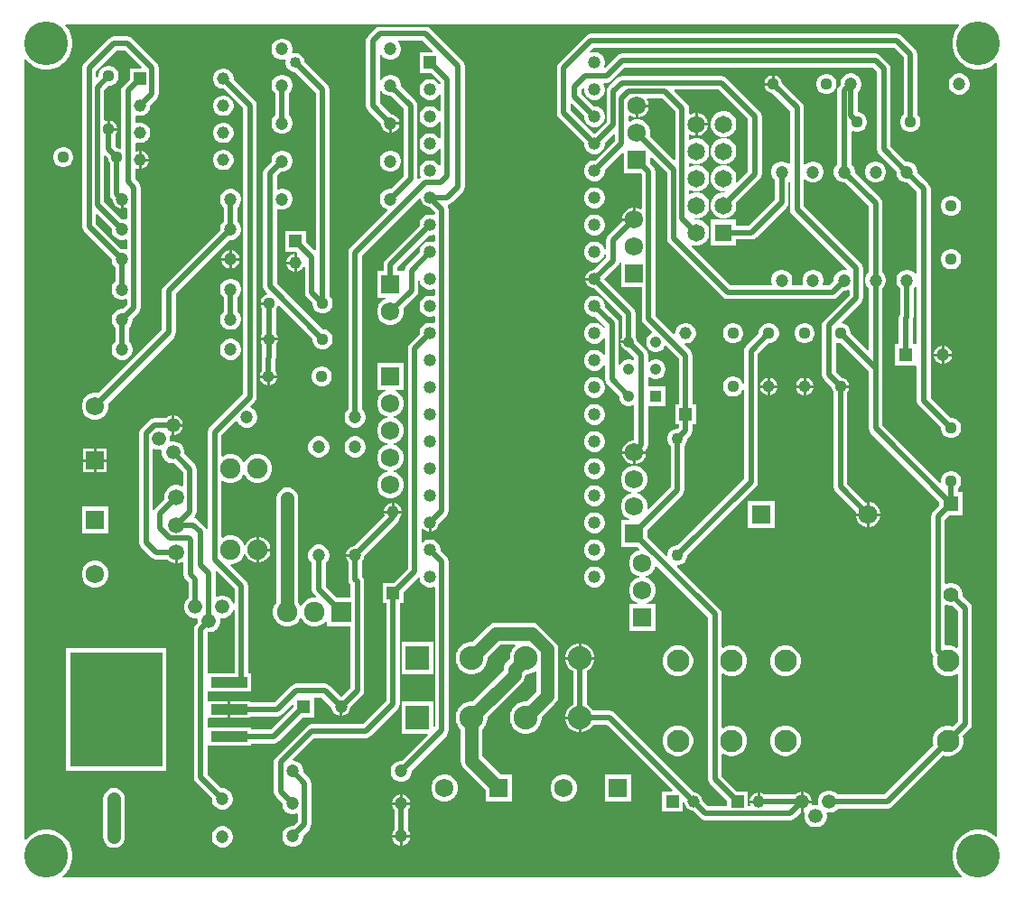
<source format=gtl>
G04*
G04 #@! TF.GenerationSoftware,Altium Limited,Altium Designer,21.9.2 (33)*
G04*
G04 Layer_Physical_Order=1*
G04 Layer_Color=255*
%FSLAX25Y25*%
%MOIN*%
G70*
G04*
G04 #@! TF.SameCoordinates,FCC0D48B-1CBD-4A19-82D4-69B650A40008*
G04*
G04*
G04 #@! TF.FilePolarity,Positive*
G04*
G01*
G75*
%ADD14R,0.33858X0.42126*%
%ADD15R,0.13386X0.03937*%
%ADD50C,0.05000*%
%ADD51C,0.02000*%
%ADD52C,0.08268*%
%ADD53C,0.05248*%
%ADD54C,0.16142*%
%ADD55C,0.07500*%
%ADD56C,0.04400*%
%ADD57C,0.07559*%
%ADD58R,0.07559X0.07559*%
%ADD59R,0.06791X0.06791*%
%ADD60C,0.06791*%
%ADD61R,0.06791X0.06791*%
%ADD62R,0.04134X0.04134*%
%ADD63C,0.04134*%
%ADD64C,0.05500*%
%ADD65R,0.05500X0.05500*%
%ADD66R,0.07087X0.07087*%
%ADD67C,0.07087*%
%ADD68C,0.06496*%
%ADD69R,0.06496X0.06496*%
%ADD70R,0.04528X0.04528*%
%ADD71C,0.04528*%
%ADD72C,0.04331*%
%ADD73C,0.04724*%
%ADD74R,0.04724X0.04724*%
%ADD75R,0.04528X0.04528*%
%ADD76R,0.08799X0.08799*%
%ADD77C,0.08799*%
%ADD78C,0.05878*%
%ADD79R,0.04661X0.04661*%
%ADD80C,0.04661*%
%ADD81C,0.04559*%
%ADD82R,0.04559X0.04559*%
%ADD83C,0.04000*%
G36*
X349003Y318538D02*
X348566Y318101D01*
X347518Y316533D01*
X346797Y314792D01*
X346429Y312943D01*
Y311057D01*
X346797Y309208D01*
X347518Y307467D01*
X348566Y305899D01*
X349899Y304566D01*
X351466Y303518D01*
X353208Y302797D01*
X355057Y302429D01*
X356943D01*
X358792Y302797D01*
X360533Y303518D01*
X362101Y304566D01*
X362538Y305003D01*
X363000Y304812D01*
Y19188D01*
X362538Y18997D01*
X362101Y19434D01*
X360533Y20482D01*
X358792Y21203D01*
X356943Y21571D01*
X355057D01*
X353208Y21203D01*
X351466Y20482D01*
X349899Y19434D01*
X348566Y18101D01*
X347518Y16533D01*
X346797Y14792D01*
X346429Y12943D01*
Y11057D01*
X346797Y9208D01*
X347518Y7467D01*
X348566Y5899D01*
X349899Y4566D01*
X350030Y4479D01*
X349885Y4000D01*
X18115D01*
X17970Y4479D01*
X18101Y4566D01*
X19434Y5899D01*
X20482Y7467D01*
X21203Y9208D01*
X21571Y11057D01*
Y12943D01*
X21203Y14792D01*
X20482Y16533D01*
X19434Y18101D01*
X18101Y19434D01*
X16533Y20482D01*
X14792Y21203D01*
X12943Y21571D01*
X11057D01*
X9208Y21203D01*
X7467Y20482D01*
X5899Y19434D01*
X4566Y18101D01*
X4479Y17970D01*
X4000Y18115D01*
Y305885D01*
X4479Y306030D01*
X4566Y305899D01*
X5899Y304566D01*
X7467Y303518D01*
X9208Y302797D01*
X11057Y302429D01*
X12943D01*
X14792Y302797D01*
X16533Y303518D01*
X18101Y304566D01*
X19434Y305899D01*
X20482Y307467D01*
X21203Y309208D01*
X21571Y311057D01*
Y312943D01*
X21203Y314792D01*
X20482Y316533D01*
X19434Y318101D01*
X18997Y318538D01*
X19188Y319000D01*
X348812D01*
X349003Y318538D01*
D02*
G37*
%LPC*%
G36*
X279800Y300179D02*
X279065Y299982D01*
X278335Y299561D01*
X277739Y298965D01*
X277318Y298235D01*
X277121Y297500D01*
X279800D01*
Y300179D01*
D02*
G37*
G36*
X300487Y300700D02*
X299513D01*
X298572Y300448D01*
X297728Y299961D01*
X297039Y299272D01*
X296552Y298428D01*
X296300Y297487D01*
Y296513D01*
X296552Y295572D01*
X297039Y294728D01*
X297728Y294039D01*
X298572Y293552D01*
X299513Y293300D01*
X300487D01*
X301428Y293552D01*
X302272Y294039D01*
X302961Y294728D01*
X303448Y295572D01*
X303700Y296513D01*
Y297487D01*
X303448Y298428D01*
X302961Y299272D01*
X302272Y299961D01*
X301428Y300448D01*
X300487Y300700D01*
D02*
G37*
G36*
X349509Y300862D02*
X348492D01*
X347509Y300599D01*
X346628Y300091D01*
X345910Y299372D01*
X345401Y298491D01*
X345138Y297509D01*
Y296492D01*
X345401Y295509D01*
X345910Y294629D01*
X346628Y293910D01*
X347509Y293401D01*
X348492Y293138D01*
X349509D01*
X350491Y293401D01*
X351372Y293910D01*
X352091Y294629D01*
X352599Y295509D01*
X352862Y296492D01*
Y297509D01*
X352599Y298491D01*
X352091Y299372D01*
X351372Y300091D01*
X350491Y300599D01*
X349509Y300862D01*
D02*
G37*
G36*
X77872Y292779D02*
X76876D01*
X75915Y292522D01*
X75053Y292024D01*
X74350Y291321D01*
X73852Y290459D01*
X73594Y289498D01*
Y288502D01*
X73852Y287541D01*
X74350Y286679D01*
X75053Y285976D01*
X75915Y285478D01*
X76876Y285221D01*
X77872D01*
X78833Y285478D01*
X79695Y285976D01*
X80398Y286679D01*
X80896Y287541D01*
X81154Y288502D01*
Y289498D01*
X80896Y290459D01*
X80398Y291321D01*
X79695Y292024D01*
X78833Y292522D01*
X77872Y292779D01*
D02*
G37*
G36*
X42000Y314549D02*
X36900D01*
X35925Y314355D01*
X35098Y313802D01*
X25998Y304702D01*
X25445Y303875D01*
X25251Y302900D01*
Y244442D01*
X25445Y243466D01*
X25998Y242639D01*
X36138Y232499D01*
Y231733D01*
X36401Y230751D01*
X36909Y229870D01*
X37451Y229329D01*
Y224074D01*
X36909Y223533D01*
X36401Y222652D01*
X36138Y221670D01*
Y220653D01*
X36401Y219670D01*
X36909Y218790D01*
X37629Y218071D01*
X38509Y217562D01*
X39492Y217299D01*
X40508D01*
X41351Y217525D01*
X41851Y217256D01*
Y215536D01*
X40257Y213943D01*
X39492D01*
X38509Y213680D01*
X37629Y213171D01*
X36909Y212452D01*
X36401Y211571D01*
X36138Y210589D01*
Y209572D01*
X36401Y208590D01*
X36909Y207709D01*
X37451Y207168D01*
Y201913D01*
X36909Y201372D01*
X36401Y200491D01*
X36138Y199509D01*
Y198492D01*
X36401Y197509D01*
X36909Y196628D01*
X37629Y195910D01*
X38509Y195401D01*
X39492Y195138D01*
X40508D01*
X41491Y195401D01*
X42371Y195910D01*
X43091Y196628D01*
X43599Y197509D01*
X43862Y198492D01*
Y199509D01*
X43599Y200491D01*
X43091Y201372D01*
X42549Y201913D01*
Y207168D01*
X43091Y207709D01*
X43599Y208590D01*
X43862Y209572D01*
Y210338D01*
X46202Y212678D01*
X46755Y213505D01*
X46949Y214481D01*
Y258800D01*
X46755Y259775D01*
X46202Y260602D01*
X44849Y261956D01*
Y265739D01*
X45282Y265989D01*
X45360Y265944D01*
X46126Y265739D01*
Y269000D01*
Y272261D01*
X45360Y272056D01*
X45282Y272011D01*
X44849Y272261D01*
Y275140D01*
X45349Y275429D01*
X46128Y275220D01*
X47124D01*
X48085Y275478D01*
X48947Y275976D01*
X49650Y276679D01*
X50148Y277541D01*
X50406Y278502D01*
Y279498D01*
X50148Y280459D01*
X49650Y281321D01*
X48947Y282024D01*
X48085Y282522D01*
X47124Y282780D01*
X46128D01*
X45349Y282571D01*
X44849Y282860D01*
Y285140D01*
X45349Y285429D01*
X46128Y285221D01*
X47124D01*
X48085Y285478D01*
X48947Y285976D01*
X49650Y286679D01*
X50148Y287541D01*
X50406Y288502D01*
Y289175D01*
X52802Y291572D01*
X53355Y292399D01*
X53549Y293374D01*
Y303000D01*
X53355Y303976D01*
X52802Y304802D01*
X43802Y313802D01*
X42976Y314355D01*
X42000Y314549D01*
D02*
G37*
G36*
X252559Y286380D02*
X252500D01*
Y282632D01*
X256248D01*
Y282691D01*
X255959Y283771D01*
X255399Y284740D01*
X254608Y285531D01*
X253640Y286090D01*
X252559Y286380D01*
D02*
G37*
G36*
X326000Y315549D02*
X213000D01*
X212024Y315355D01*
X211198Y314802D01*
X201198Y304802D01*
X200645Y303976D01*
X200451Y303000D01*
Y286374D01*
X200645Y285399D01*
X201198Y284572D01*
X210543Y275226D01*
Y274496D01*
X210804Y273521D01*
X211309Y272648D01*
X212022Y271935D01*
X212895Y271430D01*
X213870Y271169D01*
X214878D01*
X215853Y271430D01*
X216726Y271935D01*
X217439Y272648D01*
X217944Y273521D01*
X218205Y274496D01*
Y275226D01*
X221389Y278410D01*
X221851Y278219D01*
Y276082D01*
X214600Y268831D01*
X213870D01*
X212895Y268570D01*
X212022Y268065D01*
X211309Y267352D01*
X210804Y266479D01*
X210543Y265504D01*
Y264496D01*
X210804Y263521D01*
X211309Y262648D01*
X212022Y261935D01*
X212895Y261430D01*
X213870Y261169D01*
X214878D01*
X215853Y261430D01*
X216726Y261935D01*
X217439Y262648D01*
X217944Y263521D01*
X218205Y264496D01*
Y265226D01*
X224642Y271664D01*
X225104Y271472D01*
Y264104D01*
X231291D01*
X231851Y263544D01*
Y251007D01*
X231351Y250718D01*
X230697Y251096D01*
X229579Y251396D01*
X229500D01*
Y247000D01*
X229000D01*
Y246500D01*
X224604D01*
Y246421D01*
X224649Y246254D01*
X219398Y241002D01*
X218845Y240176D01*
X218651Y239200D01*
Y235771D01*
X218151Y235705D01*
X217944Y236479D01*
X217439Y237352D01*
X216726Y238065D01*
X215853Y238570D01*
X214878Y238831D01*
X213870D01*
X212895Y238570D01*
X212022Y238065D01*
X211309Y237352D01*
X210804Y236479D01*
X210543Y235504D01*
Y234496D01*
X210804Y233521D01*
X211309Y232648D01*
X212022Y231935D01*
X212895Y231430D01*
X213870Y231169D01*
X214878D01*
X215853Y231430D01*
X216726Y231935D01*
X217439Y232648D01*
X217944Y233521D01*
X218151Y234295D01*
X218651Y234229D01*
Y232882D01*
X214100Y228331D01*
X213935D01*
X213088Y228104D01*
X212329Y227665D01*
X211709Y227045D01*
X211270Y226286D01*
X211060Y225500D01*
X214374D01*
Y224500D01*
X211060D01*
X211270Y223714D01*
X211709Y222955D01*
X212329Y222335D01*
X213088Y221896D01*
X213935Y221669D01*
X214100D01*
X224451Y211318D01*
Y203425D01*
X224142Y202890D01*
X223959Y202206D01*
X227000D01*
Y201206D01*
X223959D01*
X224142Y200523D01*
X224546Y199823D01*
X225117Y199252D01*
X225816Y198848D01*
X226413Y198689D01*
X229057Y196044D01*
Y195137D01*
X228624Y194887D01*
X228377Y195030D01*
X227470Y195273D01*
X226530D01*
X225623Y195030D01*
X224810Y194561D01*
X224146Y193897D01*
X223849Y193383D01*
X223349Y193517D01*
Y208574D01*
X223155Y209549D01*
X222602Y210376D01*
X218205Y214774D01*
Y215504D01*
X217944Y216479D01*
X217439Y217352D01*
X216726Y218065D01*
X215853Y218570D01*
X214878Y218831D01*
X213870D01*
X212895Y218570D01*
X212022Y218065D01*
X211309Y217352D01*
X210804Y216479D01*
X210543Y215504D01*
Y214496D01*
X210804Y213521D01*
X211309Y212648D01*
X212022Y211935D01*
X212895Y211430D01*
X213870Y211169D01*
X214600D01*
X218251Y207518D01*
Y206946D01*
X217751Y206812D01*
X217439Y207352D01*
X216726Y208065D01*
X215853Y208570D01*
X214878Y208831D01*
X213870D01*
X212895Y208570D01*
X212022Y208065D01*
X211309Y207352D01*
X210804Y206479D01*
X210543Y205504D01*
Y204496D01*
X210804Y203521D01*
X211309Y202648D01*
X212022Y201935D01*
X212895Y201430D01*
X213870Y201169D01*
X214878D01*
X215853Y201430D01*
X216726Y201935D01*
X217439Y202648D01*
X217751Y203188D01*
X218251Y203054D01*
Y196946D01*
X217751Y196812D01*
X217439Y197352D01*
X216726Y198065D01*
X215853Y198570D01*
X214878Y198831D01*
X213870D01*
X212895Y198570D01*
X212022Y198065D01*
X211309Y197352D01*
X210804Y196479D01*
X210543Y195504D01*
Y194496D01*
X210804Y193521D01*
X211309Y192648D01*
X212022Y191935D01*
X212895Y191430D01*
X213870Y191169D01*
X214878D01*
X215853Y191430D01*
X216726Y191935D01*
X217439Y192648D01*
X217751Y193188D01*
X218251Y193054D01*
Y187906D01*
X218445Y186931D01*
X218998Y186104D01*
X223433Y181668D01*
Y181237D01*
X223676Y180330D01*
X224146Y179516D01*
X224810Y178852D01*
X225623Y178383D01*
X226530Y178139D01*
X227470D01*
X228377Y178383D01*
X228624Y178525D01*
X229057Y178276D01*
Y165396D01*
X228421D01*
X227303Y165096D01*
X226301Y164517D01*
X225483Y163699D01*
X224904Y162697D01*
X224604Y161579D01*
Y161500D01*
X229000D01*
X233396D01*
Y161579D01*
X233351Y161746D01*
X233409Y161804D01*
X233961Y162631D01*
X234155Y163606D01*
Y178139D01*
X240567D01*
Y185273D01*
X234155D01*
Y188853D01*
X234617Y189045D01*
X234810Y188852D01*
X235623Y188382D01*
X236530Y188139D01*
X237470D01*
X238377Y188382D01*
X239190Y188852D01*
X239854Y189516D01*
X240324Y190330D01*
X240567Y191237D01*
Y192176D01*
X240324Y193083D01*
X239854Y193897D01*
X239190Y194561D01*
X238377Y195030D01*
X237470Y195273D01*
X236530D01*
X235623Y195030D01*
X234810Y194561D01*
X234617Y194368D01*
X234155Y194560D01*
Y197100D01*
X233961Y198075D01*
X233409Y198902D01*
X230018Y202293D01*
X229858Y202890D01*
X229549Y203425D01*
Y212374D01*
X229355Y213349D01*
X228802Y214176D01*
X217979Y225000D01*
X223002Y230024D01*
X223555Y230851D01*
X223604Y231099D01*
X224104Y231049D01*
Y222104D01*
X231851D01*
Y210400D01*
X232045Y209424D01*
X232598Y208598D01*
X235690Y205505D01*
X235518Y204970D01*
X234810Y204561D01*
X234146Y203897D01*
X233676Y203083D01*
X233433Y202176D01*
Y201237D01*
X233676Y200330D01*
X234146Y199516D01*
X234810Y198852D01*
X235623Y198382D01*
X236530Y198140D01*
X237470D01*
X238377Y198382D01*
X239190Y198852D01*
X239854Y199516D01*
X240263Y200225D01*
X240799Y200397D01*
X245451Y195744D01*
Y178764D01*
X244236D01*
Y171236D01*
X245451D01*
Y170056D01*
X245061Y169665D01*
X244517D01*
X243585Y169416D01*
X242749Y168933D01*
X242067Y168251D01*
X241584Y167415D01*
X241335Y166482D01*
Y165517D01*
X241584Y164585D01*
X242067Y163749D01*
X242451Y163365D01*
Y148056D01*
X234266Y139871D01*
X233833Y140120D01*
X233896Y140356D01*
Y141645D01*
X233562Y142890D01*
X232917Y144006D01*
X232006Y144918D01*
X230890Y145562D01*
X230221Y145741D01*
Y146259D01*
X230890Y146438D01*
X232006Y147082D01*
X232917Y147994D01*
X233562Y149110D01*
X233896Y150356D01*
Y151645D01*
X233562Y152890D01*
X232917Y154006D01*
X232006Y154918D01*
X230890Y155562D01*
X229644Y155896D01*
X228356D01*
X227110Y155562D01*
X225994Y154918D01*
X225082Y154006D01*
X224438Y152890D01*
X224104Y151645D01*
Y150356D01*
X224438Y149110D01*
X225082Y147994D01*
X225994Y147082D01*
X227110Y146438D01*
X227779Y146259D01*
Y145741D01*
X227110Y145562D01*
X225994Y144918D01*
X225082Y144006D01*
X224438Y142890D01*
X224104Y141645D01*
Y140356D01*
X224438Y139110D01*
X225082Y137994D01*
X225994Y137083D01*
X227110Y136438D01*
X227268Y136396D01*
X227202Y135896D01*
X224104D01*
Y126104D01*
X230291D01*
X231061Y125334D01*
X230911Y124777D01*
X230110Y124562D01*
X228994Y123917D01*
X228082Y123006D01*
X227438Y121890D01*
X227104Y120644D01*
Y119355D01*
X227438Y118110D01*
X228082Y116994D01*
X228994Y116083D01*
X230110Y115438D01*
X230779Y115259D01*
Y114741D01*
X230110Y114562D01*
X228994Y113918D01*
X228082Y113006D01*
X227438Y111890D01*
X227104Y110644D01*
Y109355D01*
X227438Y108110D01*
X228082Y106994D01*
X228994Y106082D01*
X230110Y105438D01*
X230268Y105396D01*
X230202Y104896D01*
X227104D01*
Y95104D01*
X236896D01*
Y104896D01*
X233798D01*
X233732Y105396D01*
X233890Y105438D01*
X235006Y106082D01*
X235917Y106994D01*
X236562Y108110D01*
X236896Y109355D01*
Y110644D01*
X236562Y111890D01*
X235917Y113006D01*
X235006Y113918D01*
X233890Y114562D01*
X233221Y114741D01*
Y115259D01*
X233890Y115438D01*
X235006Y116083D01*
X235917Y116994D01*
X236562Y118110D01*
X236777Y118911D01*
X237334Y119061D01*
X256251Y100144D01*
Y40326D01*
X256445Y39351D01*
X256998Y38524D01*
X263362Y32159D01*
Y30249D01*
X256356D01*
X254264Y32341D01*
Y32430D01*
X254041Y33260D01*
X253612Y34004D01*
X253004Y34612D01*
X252260Y35041D01*
X251430Y35264D01*
X251341D01*
X221802Y64802D01*
X220975Y65355D01*
X220000Y65549D01*
X213763D01*
X213321Y66315D01*
X212315Y67321D01*
X211549Y67763D01*
Y80237D01*
X212315Y80679D01*
X213321Y81685D01*
X214032Y82916D01*
X214400Y84289D01*
Y84500D01*
X209000D01*
X203600D01*
Y84289D01*
X203968Y82916D01*
X204679Y81685D01*
X205685Y80679D01*
X206451Y80237D01*
Y67763D01*
X205685Y67321D01*
X204679Y66315D01*
X203968Y65084D01*
X203600Y63711D01*
Y63500D01*
X209000D01*
Y63000D01*
X209500D01*
Y57600D01*
X209711D01*
X211084Y57968D01*
X212315Y58679D01*
X213321Y59685D01*
X213763Y60451D01*
X218944D01*
X243169Y36226D01*
X242978Y35764D01*
X239362D01*
Y28236D01*
X246890D01*
Y31852D01*
X247352Y32043D01*
X247736Y31659D01*
Y31570D01*
X247959Y30740D01*
X248388Y29996D01*
X248996Y29388D01*
X249740Y28959D01*
X250570Y28736D01*
X250659D01*
X253498Y25898D01*
X254325Y25345D01*
X255300Y25151D01*
X286700D01*
X287675Y25345D01*
X288502Y25898D01*
X290500Y27895D01*
Y32000D01*
Y35618D01*
X289601Y35377D01*
X288775Y34900D01*
X288424Y34549D01*
X277067D01*
X277004Y34612D01*
X276260Y35041D01*
X275500Y35245D01*
Y32000D01*
X275000D01*
Y31500D01*
X271755D01*
X271959Y30740D01*
X271992Y30682D01*
X271742Y30249D01*
X270890D01*
Y35764D01*
X266967D01*
X261349Y41382D01*
Y49498D01*
X261849Y49786D01*
X262825Y49222D01*
X264258Y48838D01*
X265742D01*
X267175Y49222D01*
X268459Y49964D01*
X269508Y51013D01*
X270250Y52298D01*
X270634Y53731D01*
Y55214D01*
X270250Y56647D01*
X269508Y57932D01*
X268459Y58981D01*
X267175Y59722D01*
X265742Y60106D01*
X264258D01*
X262825Y59722D01*
X261849Y59159D01*
X261349Y59447D01*
Y79025D01*
X261849Y79314D01*
X262825Y78750D01*
X264258Y78366D01*
X265742D01*
X267175Y78750D01*
X268459Y79492D01*
X269508Y80541D01*
X270250Y81825D01*
X270634Y83258D01*
Y84742D01*
X270250Y86175D01*
X269508Y87459D01*
X268459Y88508D01*
X267175Y89250D01*
X265742Y89634D01*
X264258D01*
X262825Y89250D01*
X261849Y88686D01*
X261349Y88975D01*
Y101200D01*
X261155Y102175D01*
X260602Y103002D01*
X244770Y118835D01*
X244977Y119335D01*
X245482D01*
X246415Y119584D01*
X247251Y120067D01*
X247933Y120749D01*
X248416Y121585D01*
X248665Y122518D01*
Y123061D01*
X273902Y148298D01*
X274455Y149125D01*
X274649Y150100D01*
Y197318D01*
X278631Y201300D01*
X279214D01*
X280155Y201552D01*
X280998Y202039D01*
X281687Y202728D01*
X282174Y203572D01*
X282426Y204513D01*
Y205487D01*
X282174Y206428D01*
X281687Y207272D01*
X280998Y207961D01*
X280155Y208448D01*
X279214Y208700D01*
X278239D01*
X277298Y208448D01*
X276454Y207961D01*
X275766Y207272D01*
X275278Y206428D01*
X275026Y205487D01*
Y204905D01*
X270298Y200176D01*
X269745Y199349D01*
X269551Y198374D01*
Y186431D01*
X269051Y186365D01*
X268954Y186728D01*
X268467Y187572D01*
X267778Y188261D01*
X266934Y188748D01*
X265993Y189000D01*
X265019D01*
X264078Y188748D01*
X263234Y188261D01*
X262545Y187572D01*
X262058Y186728D01*
X261806Y185787D01*
Y184813D01*
X262058Y183872D01*
X262545Y183028D01*
X263234Y182339D01*
X264078Y181852D01*
X265019Y181600D01*
X265993D01*
X266934Y181852D01*
X267778Y182339D01*
X268467Y183028D01*
X268954Y183872D01*
X269051Y184234D01*
X269551Y184169D01*
Y151156D01*
X245061Y126665D01*
X244517D01*
X243585Y126416D01*
X242749Y125933D01*
X242067Y125251D01*
X241584Y124415D01*
X241335Y123483D01*
Y122977D01*
X240835Y122770D01*
X233896Y129709D01*
Y132291D01*
X246802Y145198D01*
X247355Y146025D01*
X247549Y147000D01*
Y163365D01*
X247933Y163749D01*
X248416Y164585D01*
X248665Y165517D01*
Y166060D01*
X249802Y167198D01*
X250355Y168025D01*
X250549Y169000D01*
Y171236D01*
X251764D01*
Y178764D01*
X250549D01*
Y196800D01*
X250355Y197775D01*
X249802Y198602D01*
X247669Y200736D01*
X247876Y201236D01*
X248496D01*
X249453Y201493D01*
X250311Y201988D01*
X251012Y202689D01*
X251507Y203547D01*
X251764Y204504D01*
Y205496D01*
X251507Y206453D01*
X251012Y207311D01*
X250311Y208012D01*
X249453Y208507D01*
X248496Y208764D01*
X247504D01*
X246547Y208507D01*
X245689Y208012D01*
X244988Y207311D01*
X244493Y206453D01*
X244236Y205496D01*
Y204876D01*
X243736Y204669D01*
X236949Y211456D01*
Y264600D01*
X236755Y265576D01*
X236202Y266402D01*
X234896Y267709D01*
Y269846D01*
X235358Y270038D01*
X241203Y264192D01*
Y240048D01*
X241397Y239073D01*
X241949Y238246D01*
X261898Y218298D01*
X262724Y217745D01*
X263700Y217551D01*
X302190D01*
X303165Y217745D01*
X303992Y218298D01*
X306332Y220638D01*
X307098D01*
X307951Y220866D01*
X308451Y220603D01*
Y219156D01*
X299098Y209802D01*
X298545Y208976D01*
X298351Y208000D01*
Y189567D01*
X298545Y188592D01*
X299098Y187765D01*
X301967Y184895D01*
Y184879D01*
X302186Y184065D01*
X302607Y183335D01*
X302618Y183324D01*
Y148203D01*
X302812Y147227D01*
X303365Y146400D01*
X310899Y138867D01*
X310827Y138598D01*
Y138500D01*
X314870D01*
Y142543D01*
X314772D01*
X314503Y142471D01*
X307716Y149258D01*
Y183324D01*
X307728Y183335D01*
X308149Y184065D01*
X308346Y184800D01*
X305167D01*
Y185800D01*
X308346D01*
X308149Y186535D01*
X307728Y187265D01*
X307132Y187861D01*
X306403Y188282D01*
X305589Y188500D01*
X305572D01*
X303449Y190623D01*
Y201193D01*
X303949Y201496D01*
X304680Y201300D01*
X305263D01*
X315586Y190977D01*
Y169865D01*
X315780Y168890D01*
X316332Y168063D01*
X341750Y142645D01*
Y141355D01*
X339398Y139002D01*
X338845Y138175D01*
X338651Y137200D01*
Y87721D01*
X338845Y86746D01*
X339398Y85919D01*
X339559Y85757D01*
X339287Y84742D01*
Y83258D01*
X339671Y81825D01*
X340413Y80541D01*
X341462Y79492D01*
X342747Y78750D01*
X344180Y78366D01*
X345663D01*
X347096Y78750D01*
X348051Y79302D01*
X348551Y79013D01*
Y61707D01*
X346678Y59834D01*
X345663Y60106D01*
X344180D01*
X342747Y59722D01*
X341462Y58981D01*
X340413Y57932D01*
X339671Y56647D01*
X339287Y55214D01*
Y53731D01*
X339559Y52715D01*
X321393Y34549D01*
X304283D01*
X303532Y35300D01*
X302592Y35843D01*
X301543Y36124D01*
X300457D01*
X299408Y35843D01*
X298468Y35300D01*
X297700Y34532D01*
X297157Y33592D01*
X296876Y32543D01*
Y31457D01*
X296959Y31146D01*
X296606Y30792D01*
X296543Y30809D01*
X295457D01*
X294911Y30663D01*
X294503Y31071D01*
X294618Y31500D01*
X291500D01*
Y28382D01*
X291696Y28435D01*
X292089Y28022D01*
X291876Y27228D01*
Y26142D01*
X292157Y25093D01*
X292700Y24153D01*
X293468Y23385D01*
X294408Y22842D01*
X295457Y22561D01*
X296543D01*
X297592Y22842D01*
X298532Y23385D01*
X299300Y24153D01*
X299843Y25093D01*
X300124Y26142D01*
Y27228D01*
X300041Y27539D01*
X300394Y27893D01*
X300457Y27876D01*
X301543D01*
X302592Y28157D01*
X303532Y28700D01*
X304283Y29451D01*
X322449D01*
X323424Y29645D01*
X324251Y30198D01*
X343164Y49111D01*
X344180Y48838D01*
X345663D01*
X347096Y49222D01*
X348380Y49964D01*
X349429Y51013D01*
X350171Y52298D01*
X350555Y53731D01*
Y55214D01*
X350283Y56229D01*
X352902Y58849D01*
X353455Y59676D01*
X353649Y60651D01*
Y103388D01*
X353455Y104364D01*
X352902Y105191D01*
X350232Y107861D01*
X350250Y107929D01*
Y109048D01*
X349960Y110129D01*
X349401Y111098D01*
X348610Y111889D01*
X347640Y112449D01*
X346560Y112738D01*
X345441D01*
X344360Y112449D01*
X344182Y112346D01*
X343749Y112596D01*
Y136144D01*
X345355Y137750D01*
X350250D01*
Y146250D01*
X348549D01*
Y147616D01*
X348961Y148028D01*
X349448Y148872D01*
X349700Y149813D01*
Y150787D01*
X349448Y151728D01*
X348961Y152572D01*
X348272Y153261D01*
X347428Y153748D01*
X346487Y154000D01*
X345513D01*
X344572Y153748D01*
X343728Y153261D01*
X343039Y152572D01*
X342552Y151728D01*
X342300Y150787D01*
Y150012D01*
X341806Y149799D01*
X320684Y170921D01*
Y192033D01*
Y221587D01*
X321225Y222129D01*
X321734Y223009D01*
X321997Y223991D01*
Y225009D01*
X321734Y225991D01*
X321225Y226871D01*
X320684Y227413D01*
Y252955D01*
X320490Y253931D01*
X319937Y254758D01*
X310452Y264243D01*
Y265008D01*
X310189Y265991D01*
X309680Y266872D01*
X309139Y267413D01*
Y279475D01*
X309572Y279725D01*
X309872Y279552D01*
X310813Y279300D01*
X311787D01*
X312728Y279552D01*
X313572Y280039D01*
X314261Y280728D01*
X314748Y281572D01*
X315000Y282513D01*
Y283487D01*
X314748Y284428D01*
X314261Y285272D01*
X313572Y285961D01*
X312728Y286448D01*
X311787Y286700D01*
X311549D01*
Y294087D01*
X312090Y294629D01*
X312599Y295509D01*
X312862Y296492D01*
Y297509D01*
X312599Y298491D01*
X312090Y299372D01*
X311371Y300091D01*
X310491Y300599D01*
X309508Y300862D01*
X308491D01*
X307509Y300599D01*
X306628Y300091D01*
X305909Y299372D01*
X305401Y298491D01*
X305138Y297509D01*
Y296743D01*
X304787Y296392D01*
X304235Y295565D01*
X304041Y294590D01*
Y267413D01*
X303499Y266872D01*
X302991Y265991D01*
X302728Y265008D01*
Y263991D01*
X302991Y263009D01*
X303499Y262128D01*
X304218Y261409D01*
X305099Y260901D01*
X306081Y260638D01*
X306847D01*
X315586Y251899D01*
Y227413D01*
X315044Y226871D01*
X314536Y225991D01*
X314272Y225009D01*
Y223991D01*
X314536Y223009D01*
X315044Y222129D01*
X315586Y221587D01*
Y198840D01*
X315124Y198649D01*
X308867Y204905D01*
Y205487D01*
X308615Y206428D01*
X308128Y207272D01*
X307439Y207961D01*
X306596Y208448D01*
X305857Y208646D01*
X305673Y209168D01*
X312802Y216298D01*
X313355Y217125D01*
X313549Y218100D01*
Y228900D01*
X313355Y229875D01*
X312802Y230702D01*
X291649Y251856D01*
Y261727D01*
X292149Y261934D01*
X292673Y261409D01*
X293554Y260901D01*
X294536Y260638D01*
X295553D01*
X296536Y260901D01*
X297416Y261409D01*
X298135Y262128D01*
X298644Y263009D01*
X298907Y263991D01*
Y265008D01*
X298644Y265991D01*
X298135Y266872D01*
X297416Y267590D01*
X296536Y268099D01*
X295553Y268362D01*
X294536D01*
X293554Y268099D01*
X292673Y267590D01*
X292149Y267066D01*
X291649Y267273D01*
Y288200D01*
X291455Y289176D01*
X290902Y290002D01*
X283500Y297405D01*
Y297421D01*
X283282Y298235D01*
X282861Y298965D01*
X282265Y299561D01*
X281535Y299982D01*
X280800Y300179D01*
Y297000D01*
X280300D01*
Y296500D01*
X277121D01*
X277318Y295765D01*
X277739Y295035D01*
X278335Y294439D01*
X279065Y294018D01*
X279879Y293800D01*
X279895D01*
X286551Y287144D01*
Y267564D01*
X286089Y267373D01*
X285872Y267590D01*
X284991Y268099D01*
X284009Y268362D01*
X282992D01*
X282009Y268099D01*
X281129Y267590D01*
X280410Y266872D01*
X279901Y265991D01*
X279638Y265008D01*
Y263991D01*
X279901Y263009D01*
X280410Y262128D01*
X280951Y261587D01*
Y254356D01*
X271276Y244681D01*
X266748D01*
Y246880D01*
X257252D01*
Y237384D01*
X266748D01*
Y239583D01*
X272332D01*
X273307Y239777D01*
X274134Y240329D01*
X285302Y251498D01*
X285855Y252325D01*
X286049Y253300D01*
Y261103D01*
X286051Y261104D01*
X286551Y260837D01*
Y250800D01*
X286745Y249825D01*
X287298Y248998D01*
X307531Y228764D01*
X307273Y228315D01*
X307098Y228362D01*
X306081D01*
X305099Y228099D01*
X304218Y227590D01*
X303499Y226871D01*
X302991Y225991D01*
X302728Y225009D01*
Y224243D01*
X301134Y222649D01*
X298950D01*
X298681Y223149D01*
X298907Y223991D01*
Y225009D01*
X298644Y225991D01*
X298135Y226871D01*
X297416Y227590D01*
X296536Y228099D01*
X295553Y228362D01*
X294536D01*
X293554Y228099D01*
X292673Y227590D01*
X291954Y226871D01*
X291446Y225991D01*
X291183Y225009D01*
Y223991D01*
X291408Y223149D01*
X291140Y222649D01*
X287405D01*
X287136Y223149D01*
X287362Y223991D01*
Y225009D01*
X287099Y225991D01*
X286591Y226871D01*
X285872Y227590D01*
X284991Y228099D01*
X284009Y228362D01*
X282992D01*
X282009Y228099D01*
X281129Y227590D01*
X280410Y226871D01*
X279901Y225991D01*
X279638Y225009D01*
Y223991D01*
X279864Y223149D01*
X279595Y222649D01*
X264756D01*
X250233Y237172D01*
X250492Y237620D01*
X251375Y237384D01*
X252625D01*
X253833Y237707D01*
X254915Y238332D01*
X255799Y239216D01*
X256424Y240299D01*
X256748Y241507D01*
Y242757D01*
X256424Y243964D01*
X255799Y245047D01*
X254915Y245931D01*
X253833Y246556D01*
X252625Y246880D01*
X251375D01*
X251126Y246813D01*
X250986Y246970D01*
X251260Y247414D01*
X251375Y247384D01*
X252625D01*
X253833Y247707D01*
X254915Y248332D01*
X255799Y249216D01*
X256424Y250299D01*
X256748Y251506D01*
Y252757D01*
X256424Y253964D01*
X255799Y255047D01*
X254915Y255931D01*
X253833Y256556D01*
X252625Y256880D01*
X251375D01*
X250167Y256556D01*
X249734Y256306D01*
X249301Y256556D01*
Y257707D01*
X249734Y257957D01*
X250167Y257707D01*
X251375Y257384D01*
X252625D01*
X253833Y257707D01*
X254915Y258332D01*
X255799Y259216D01*
X256424Y260299D01*
X256748Y261507D01*
Y262757D01*
X256424Y263964D01*
X255799Y265047D01*
X254915Y265931D01*
X253833Y266556D01*
X252625Y266880D01*
X251375D01*
X250167Y266556D01*
X249734Y266306D01*
X249301Y266556D01*
Y267707D01*
X249734Y267957D01*
X250167Y267707D01*
X251375Y267384D01*
X252625D01*
X253833Y267707D01*
X254915Y268332D01*
X255799Y269216D01*
X256424Y270299D01*
X256748Y271507D01*
Y272757D01*
X256424Y273964D01*
X255799Y275047D01*
X254915Y275931D01*
X253833Y276556D01*
X252625Y276880D01*
X251375D01*
X250167Y276556D01*
X249734Y276306D01*
X249301Y276556D01*
Y278207D01*
X249801Y278496D01*
X250360Y278173D01*
X251441Y277884D01*
X251500D01*
Y282132D01*
Y286380D01*
X251441D01*
X250360Y286090D01*
X249801Y285767D01*
X249301Y286056D01*
Y288000D01*
X249107Y288976D01*
X248554Y289802D01*
X243867Y294489D01*
X244059Y294951D01*
X260144D01*
X271051Y284044D01*
Y264787D01*
X267081Y260817D01*
X266633Y261076D01*
X266748Y261507D01*
Y262757D01*
X266424Y263964D01*
X265799Y265047D01*
X264915Y265931D01*
X263833Y266556D01*
X262625Y266880D01*
X261375D01*
X260167Y266556D01*
X259085Y265931D01*
X258201Y265047D01*
X257575Y263964D01*
X257252Y262757D01*
Y261507D01*
X257575Y260299D01*
X258201Y259216D01*
X259085Y258332D01*
X260167Y257707D01*
X261375Y257384D01*
X262625D01*
X262740Y257414D01*
X263014Y256970D01*
X262874Y256813D01*
X262625Y256880D01*
X261375D01*
X260167Y256556D01*
X259085Y255931D01*
X258201Y255047D01*
X257575Y253964D01*
X257252Y252757D01*
Y251506D01*
X257575Y250299D01*
X258201Y249216D01*
X259085Y248332D01*
X260167Y247707D01*
X261375Y247384D01*
X262625D01*
X263833Y247707D01*
X264915Y248332D01*
X265799Y249216D01*
X266424Y250299D01*
X266748Y251506D01*
Y252757D01*
X266638Y253165D01*
X275402Y261929D01*
X275955Y262756D01*
X276149Y263732D01*
Y285100D01*
X275955Y286075D01*
X275402Y286902D01*
X263002Y299303D01*
X262175Y299855D01*
X261200Y300049D01*
X224500D01*
X223524Y299855D01*
X222698Y299303D01*
X219550Y296155D01*
X218997Y295328D01*
X218803Y294353D01*
Y283034D01*
X214600Y278831D01*
X214148D01*
X205549Y287430D01*
Y289567D01*
X206011Y289758D01*
X210543Y285226D01*
Y284496D01*
X210804Y283521D01*
X211309Y282648D01*
X212022Y281935D01*
X212895Y281430D01*
X213870Y281169D01*
X214878D01*
X215853Y281430D01*
X216726Y281935D01*
X217439Y282648D01*
X217944Y283521D01*
X218205Y284496D01*
Y285504D01*
X217944Y286479D01*
X217439Y287352D01*
X216726Y288065D01*
X215853Y288570D01*
X214878Y288831D01*
X214148D01*
X209549Y293430D01*
Y294944D01*
X210043Y295439D01*
X210543Y295231D01*
Y294496D01*
X210804Y293521D01*
X211309Y292648D01*
X212022Y291935D01*
X212895Y291430D01*
X213870Y291169D01*
X214878D01*
X215853Y291430D01*
X216726Y291935D01*
X217439Y292648D01*
X217944Y293521D01*
X218205Y294496D01*
Y295504D01*
X217944Y296479D01*
X217671Y296951D01*
X217960Y297451D01*
X218800D01*
X219776Y297645D01*
X220602Y298198D01*
X225556Y303151D01*
X317144D01*
X318651Y301644D01*
Y272980D01*
X318845Y272004D01*
X319398Y271177D01*
X325817Y264757D01*
Y263991D01*
X326081Y263009D01*
X326589Y262128D01*
X327308Y261409D01*
X328189Y260901D01*
X329171Y260638D01*
X329937D01*
X333351Y257224D01*
Y226865D01*
X332851Y226731D01*
X332770Y226871D01*
X332051Y227590D01*
X331170Y228099D01*
X330188Y228362D01*
X329171D01*
X328189Y228099D01*
X327308Y227590D01*
X326589Y226871D01*
X326081Y225991D01*
X325817Y225009D01*
Y223991D01*
X326081Y223009D01*
X326589Y222129D01*
X327131Y221587D01*
Y211872D01*
X326866Y211475D01*
X326671Y210500D01*
Y200862D01*
X325358D01*
Y193138D01*
X333083D01*
X333351Y192749D01*
Y180100D01*
X333545Y179124D01*
X334098Y178298D01*
X342300Y170095D01*
Y169513D01*
X342552Y168572D01*
X343039Y167728D01*
X343728Y167039D01*
X344572Y166552D01*
X345513Y166300D01*
X346487D01*
X347428Y166552D01*
X348272Y167039D01*
X348961Y167728D01*
X349448Y168572D01*
X349700Y169513D01*
Y170487D01*
X349448Y171428D01*
X348961Y172272D01*
X348272Y172961D01*
X347428Y173448D01*
X346487Y173700D01*
X345905D01*
X338449Y181156D01*
Y258280D01*
X338255Y259255D01*
X337702Y260082D01*
X333542Y264243D01*
Y265008D01*
X333279Y265991D01*
X332770Y266872D01*
X332051Y267590D01*
X331170Y268099D01*
X330188Y268362D01*
X329422D01*
X323749Y274035D01*
Y302700D01*
X323555Y303676D01*
X323002Y304502D01*
X320002Y307502D01*
X319176Y308055D01*
X318200Y308249D01*
X224500D01*
X223524Y308055D01*
X222698Y307502D01*
X218254Y303059D01*
X217854Y303366D01*
X217944Y303521D01*
X218205Y304496D01*
Y305504D01*
X217944Y306479D01*
X217439Y307352D01*
X216726Y308065D01*
X215853Y308570D01*
X214878Y308831D01*
X213870D01*
X212895Y308570D01*
X212863Y308551D01*
X212556Y308951D01*
X214056Y310451D01*
X324944D01*
X328451Y306944D01*
Y285684D01*
X328039Y285272D01*
X327552Y284428D01*
X327300Y283487D01*
Y282513D01*
X327552Y281572D01*
X328039Y280728D01*
X328728Y280039D01*
X329572Y279552D01*
X330513Y279300D01*
X331487D01*
X332428Y279552D01*
X333272Y280039D01*
X333961Y280728D01*
X334448Y281572D01*
X334700Y282513D01*
Y283487D01*
X334448Y284428D01*
X333961Y285272D01*
X333549Y285684D01*
Y308000D01*
X333355Y308976D01*
X332802Y309802D01*
X327802Y314802D01*
X326975Y315355D01*
X326000Y315549D01*
D02*
G37*
G36*
X142347Y281986D02*
X139500D01*
Y279139D01*
X140298Y279353D01*
X141064Y279796D01*
X141690Y280422D01*
X142133Y281188D01*
X142347Y281986D01*
D02*
G37*
G36*
X99509Y300348D02*
X98492D01*
X97509Y300085D01*
X96628Y299577D01*
X95910Y298858D01*
X95401Y297977D01*
X95138Y296995D01*
Y295978D01*
X95401Y294995D01*
X95910Y294115D01*
X96451Y293573D01*
Y285399D01*
X95910Y284858D01*
X95401Y283977D01*
X95138Y282995D01*
Y281978D01*
X95401Y280995D01*
X95910Y280115D01*
X96628Y279396D01*
X97509Y278887D01*
X98492Y278624D01*
X99509D01*
X100491Y278887D01*
X101372Y279396D01*
X102091Y280115D01*
X102599Y280995D01*
X102862Y281978D01*
Y282995D01*
X102599Y283977D01*
X102091Y284858D01*
X101549Y285399D01*
Y293573D01*
X102091Y294115D01*
X102599Y294995D01*
X102862Y295978D01*
Y296995D01*
X102599Y297977D01*
X102091Y298858D01*
X101372Y299577D01*
X100491Y300085D01*
X99509Y300348D01*
D02*
G37*
G36*
X256248Y281632D02*
X252500D01*
Y277884D01*
X252559D01*
X253640Y278173D01*
X254608Y278732D01*
X255399Y279523D01*
X255959Y280492D01*
X256248Y281572D01*
Y281632D01*
D02*
G37*
G36*
X262625Y286880D02*
X261375D01*
X260167Y286556D01*
X259085Y285931D01*
X258201Y285047D01*
X257575Y283964D01*
X257252Y282757D01*
Y281506D01*
X257575Y280299D01*
X258201Y279216D01*
X259085Y278332D01*
X260167Y277707D01*
X261375Y277384D01*
X262625D01*
X263833Y277707D01*
X264915Y278332D01*
X265799Y279216D01*
X266424Y280299D01*
X266748Y281506D01*
Y282757D01*
X266424Y283964D01*
X265799Y285047D01*
X264915Y285931D01*
X263833Y286556D01*
X262625Y286880D01*
D02*
G37*
G36*
X77872Y282780D02*
X76876D01*
X75915Y282522D01*
X75053Y282024D01*
X74350Y281321D01*
X73852Y280459D01*
X73594Y279498D01*
Y278502D01*
X73852Y277541D01*
X74350Y276679D01*
X75053Y275976D01*
X75915Y275478D01*
X76876Y275220D01*
X77872D01*
X78833Y275478D01*
X79695Y275976D01*
X80398Y276679D01*
X80896Y277541D01*
X81154Y278502D01*
Y279498D01*
X80896Y280459D01*
X80398Y281321D01*
X79695Y282024D01*
X78833Y282522D01*
X77872Y282780D01*
D02*
G37*
G36*
X47126Y272261D02*
Y269500D01*
X49887D01*
X49682Y270266D01*
X49250Y271014D01*
X48640Y271624D01*
X47892Y272056D01*
X47126Y272261D01*
D02*
G37*
G36*
X262625Y276880D02*
X261375D01*
X260167Y276556D01*
X259085Y275931D01*
X258201Y275047D01*
X257575Y273964D01*
X257252Y272757D01*
Y271507D01*
X257575Y270299D01*
X258201Y269216D01*
X259085Y268332D01*
X260167Y267707D01*
X261375Y267384D01*
X262625D01*
X263833Y267707D01*
X264915Y268332D01*
X265799Y269216D01*
X266424Y270299D01*
X266748Y271507D01*
Y272757D01*
X266424Y273964D01*
X265799Y275047D01*
X264915Y275931D01*
X263833Y276556D01*
X262625Y276880D01*
D02*
G37*
G36*
X18787Y273700D02*
X17813D01*
X16872Y273448D01*
X16028Y272961D01*
X15339Y272272D01*
X14852Y271428D01*
X14600Y270487D01*
Y269513D01*
X14852Y268572D01*
X15339Y267728D01*
X16028Y267039D01*
X16872Y266552D01*
X17813Y266300D01*
X18787D01*
X19728Y266552D01*
X20572Y267039D01*
X21261Y267728D01*
X21748Y268572D01*
X22000Y269513D01*
Y270487D01*
X21748Y271428D01*
X21261Y272272D01*
X20572Y272961D01*
X19728Y273448D01*
X18787Y273700D01*
D02*
G37*
G36*
X49887Y268500D02*
X47126D01*
Y265739D01*
X47892Y265944D01*
X48640Y266376D01*
X49250Y266986D01*
X49682Y267734D01*
X49887Y268500D01*
D02*
G37*
G36*
X77872Y272779D02*
X76876D01*
X75915Y272522D01*
X75053Y272024D01*
X74350Y271321D01*
X73852Y270459D01*
X73594Y269498D01*
Y268502D01*
X73852Y267541D01*
X74350Y266679D01*
X75053Y265976D01*
X75915Y265478D01*
X76876Y265220D01*
X77872D01*
X78833Y265478D01*
X79695Y265976D01*
X80398Y266679D01*
X80896Y267541D01*
X81154Y268502D01*
Y269498D01*
X80896Y270459D01*
X80398Y271321D01*
X79695Y272024D01*
X78833Y272522D01*
X77872Y272779D01*
D02*
G37*
G36*
X139508Y272348D02*
X138491D01*
X137509Y272085D01*
X136628Y271577D01*
X135909Y270858D01*
X135401Y269977D01*
X135138Y268995D01*
Y267978D01*
X135401Y266995D01*
X135909Y266115D01*
X136628Y265396D01*
X137509Y264887D01*
X138491Y264624D01*
X139508D01*
X140491Y264887D01*
X141372Y265396D01*
X142090Y266115D01*
X142599Y266995D01*
X142862Y267978D01*
Y268995D01*
X142599Y269977D01*
X142090Y270858D01*
X141372Y271577D01*
X140491Y272085D01*
X139508Y272348D01*
D02*
G37*
G36*
X318643Y268362D02*
X317626D01*
X316644Y268099D01*
X315763Y267590D01*
X315044Y266872D01*
X314536Y265991D01*
X314272Y265008D01*
Y263991D01*
X314536Y263009D01*
X315044Y262128D01*
X315763Y261409D01*
X316644Y260901D01*
X317626Y260638D01*
X318643D01*
X319625Y260901D01*
X320506Y261409D01*
X321225Y262128D01*
X321734Y263009D01*
X321997Y263991D01*
Y265008D01*
X321734Y265991D01*
X321225Y266872D01*
X320506Y267590D01*
X319625Y268099D01*
X318643Y268362D01*
D02*
G37*
G36*
X214878Y258831D02*
X213870D01*
X212895Y258570D01*
X212022Y258065D01*
X211309Y257352D01*
X210804Y256479D01*
X210543Y255504D01*
Y254496D01*
X210804Y253521D01*
X211309Y252648D01*
X212022Y251935D01*
X212895Y251430D01*
X213870Y251169D01*
X214878D01*
X215853Y251430D01*
X216726Y251935D01*
X217439Y252648D01*
X217944Y253521D01*
X218205Y254496D01*
Y255504D01*
X217944Y256479D01*
X217439Y257352D01*
X216726Y258065D01*
X215853Y258570D01*
X214878Y258831D01*
D02*
G37*
G36*
X99509Y272348D02*
X98492D01*
X97509Y272085D01*
X96628Y271577D01*
X95910Y270858D01*
X95401Y269977D01*
X95138Y268995D01*
Y268229D01*
X92798Y265889D01*
X92245Y265062D01*
X92051Y264086D01*
Y222202D01*
X92245Y221227D01*
X92798Y220400D01*
X93564Y219633D01*
X93415Y219076D01*
X93065Y218982D01*
X92335Y218561D01*
X91739Y217965D01*
X91318Y217235D01*
X91121Y216500D01*
X94300D01*
Y215500D01*
X91121D01*
X91318Y214765D01*
X91739Y214035D01*
X91751Y214023D01*
Y204779D01*
X91739Y204767D01*
X91318Y204037D01*
X91121Y203302D01*
X97479D01*
X97282Y204037D01*
X96861Y204767D01*
X96849Y204779D01*
Y214023D01*
X96861Y214035D01*
X97282Y214765D01*
X97376Y215115D01*
X97933Y215264D01*
X110300Y202897D01*
Y202315D01*
X110552Y201374D01*
X111039Y200530D01*
X111728Y199841D01*
X112572Y199354D01*
X113513Y199102D01*
X114487D01*
X115428Y199354D01*
X116272Y199841D01*
X116961Y200530D01*
X117448Y201374D01*
X117700Y202315D01*
Y203289D01*
X117448Y204230D01*
X116961Y205074D01*
X116272Y205763D01*
X115428Y206250D01*
X114487Y206502D01*
X113905D01*
X97149Y223258D01*
Y250581D01*
X97649Y250850D01*
X98492Y250624D01*
X99509D01*
X100491Y250887D01*
X101372Y251396D01*
X102091Y252115D01*
X102599Y252995D01*
X102862Y253978D01*
Y254995D01*
X102599Y255977D01*
X102091Y256858D01*
X101372Y257577D01*
X100491Y258085D01*
X99509Y258348D01*
X98492D01*
X97649Y258123D01*
X97149Y258391D01*
Y263030D01*
X98743Y264624D01*
X99509D01*
X100491Y264887D01*
X101372Y265396D01*
X102091Y266115D01*
X102599Y266995D01*
X102862Y267978D01*
Y268995D01*
X102599Y269977D01*
X102091Y270858D01*
X101372Y271577D01*
X100491Y272085D01*
X99509Y272348D01*
D02*
G37*
G36*
X152000Y318149D02*
X135200D01*
X134224Y317955D01*
X133398Y317402D01*
X130798Y314802D01*
X130245Y313976D01*
X130051Y313000D01*
Y288886D01*
X130245Y287911D01*
X130798Y287084D01*
X135638Y282244D01*
Y282044D01*
X135867Y281188D01*
X136310Y280422D01*
X136936Y279796D01*
X137702Y279353D01*
X138500Y279139D01*
Y282486D01*
X139000D01*
Y282986D01*
X142347D01*
X142133Y283784D01*
X141690Y284551D01*
X141064Y285177D01*
X140298Y285619D01*
X139443Y285848D01*
X139243D01*
X135149Y289942D01*
Y294432D01*
X135649Y294566D01*
X135909Y294115D01*
X136628Y293396D01*
X137509Y292887D01*
X138491Y292624D01*
X139257D01*
X143951Y287930D01*
Y263042D01*
X139257Y258348D01*
X138491D01*
X137509Y258085D01*
X136628Y257577D01*
X135909Y256858D01*
X135401Y255977D01*
X135138Y254995D01*
Y253978D01*
X135401Y252995D01*
X135909Y252115D01*
X136628Y251396D01*
X137509Y250887D01*
X137794Y250811D01*
X137923Y250328D01*
X124198Y236602D01*
X123645Y235775D01*
X123451Y234800D01*
Y176913D01*
X122909Y176372D01*
X122401Y175491D01*
X122138Y174509D01*
Y173492D01*
X122401Y172509D01*
X122909Y171628D01*
X123628Y170910D01*
X124509Y170401D01*
X125491Y170138D01*
X126508D01*
X127491Y170401D01*
X128372Y170910D01*
X129090Y171628D01*
X129599Y172509D01*
X129862Y173492D01*
Y174509D01*
X129599Y175491D01*
X129090Y176372D01*
X128549Y176913D01*
Y233744D01*
X149795Y254991D01*
X150295Y254783D01*
Y254561D01*
X150522Y253714D01*
X150961Y252955D01*
X151581Y252335D01*
X152340Y251896D01*
X153188Y251669D01*
X153352D01*
X155451Y249570D01*
Y248886D01*
X154951Y248611D01*
X154130Y248831D01*
X153122D01*
X152147Y248570D01*
X151274Y248065D01*
X150561Y247352D01*
X150056Y246479D01*
X149795Y245504D01*
Y244774D01*
X137198Y232176D01*
X136645Y231349D01*
X136451Y230374D01*
Y227896D01*
X134104D01*
Y218104D01*
X137202D01*
X137268Y217604D01*
X137110Y217562D01*
X135994Y216917D01*
X135082Y216006D01*
X134438Y214890D01*
X134104Y213645D01*
Y212355D01*
X134438Y211110D01*
X135082Y209994D01*
X135994Y209083D01*
X137110Y208438D01*
X138356Y208104D01*
X139645D01*
X140890Y208438D01*
X142006Y209083D01*
X142918Y209994D01*
X143562Y211110D01*
X143896Y212355D01*
Y213645D01*
X143759Y214154D01*
X148602Y218998D01*
X149155Y219825D01*
X149349Y220800D01*
Y224230D01*
X149849Y224295D01*
X150056Y223521D01*
X150561Y222648D01*
X151274Y221935D01*
X152147Y221430D01*
X153122Y221169D01*
X154130D01*
X154951Y221389D01*
X155451Y221114D01*
Y218886D01*
X154951Y218611D01*
X154130Y218831D01*
X153122D01*
X152147Y218570D01*
X151274Y218065D01*
X150561Y217352D01*
X150056Y216479D01*
X149795Y215504D01*
Y214496D01*
X150056Y213521D01*
X150561Y212648D01*
X151274Y211935D01*
X152147Y211430D01*
X153122Y211169D01*
X154130D01*
X154951Y211389D01*
X155451Y211114D01*
Y208886D01*
X154951Y208611D01*
X154130Y208831D01*
X153122D01*
X152147Y208570D01*
X151274Y208065D01*
X150561Y207352D01*
X150056Y206479D01*
X149795Y205504D01*
Y204774D01*
X146198Y201176D01*
X145645Y200349D01*
X145451Y199374D01*
Y118056D01*
X140159Y112764D01*
X136236D01*
Y105236D01*
X137451D01*
Y69056D01*
X128944Y60549D01*
X109900D01*
X108924Y60355D01*
X108098Y59802D01*
X96798Y48502D01*
X96245Y47675D01*
X96051Y46700D01*
Y35601D01*
X96245Y34625D01*
X96798Y33798D01*
X99138Y31458D01*
Y30692D01*
X99401Y29710D01*
X99910Y28829D01*
X100628Y28110D01*
X101509Y27602D01*
X102491Y27339D01*
X103508D01*
X104351Y27564D01*
X104851Y27296D01*
Y24657D01*
X103257Y23063D01*
X102491D01*
X101509Y22800D01*
X100628Y22291D01*
X99910Y21572D01*
X99401Y20692D01*
X99138Y19709D01*
Y18692D01*
X99401Y17710D01*
X99910Y16829D01*
X100628Y16110D01*
X101509Y15602D01*
X102491Y15339D01*
X103508D01*
X104491Y15602D01*
X105371Y16110D01*
X106090Y16829D01*
X106599Y17710D01*
X106862Y18692D01*
Y19458D01*
X109202Y21798D01*
X109755Y22625D01*
X109949Y23601D01*
Y38801D01*
X109755Y39776D01*
X109202Y40603D01*
X106862Y42943D01*
Y43709D01*
X106599Y44692D01*
X106090Y45572D01*
X105371Y46291D01*
X104491Y46800D01*
X103508Y47063D01*
X103221D01*
X103030Y47525D01*
X110956Y55451D01*
X130000D01*
X130975Y55645D01*
X131802Y56198D01*
X141802Y66198D01*
X142355Y67024D01*
X142549Y68000D01*
Y105236D01*
X143764D01*
Y109159D01*
X149333Y114728D01*
X149795Y114537D01*
Y114496D01*
X150056Y113521D01*
X150561Y112648D01*
X151274Y111935D01*
X152147Y111430D01*
X153122Y111169D01*
X154130D01*
X154951Y111389D01*
X155451Y111114D01*
Y59671D01*
X155400Y59637D01*
X154900Y59904D01*
Y68900D01*
X143100D01*
Y57100D01*
X152641D01*
X152833Y56638D01*
X143257Y47063D01*
X142491D01*
X141509Y46800D01*
X140629Y46291D01*
X139910Y45572D01*
X139401Y44692D01*
X139138Y43709D01*
Y42692D01*
X139401Y41710D01*
X139910Y40829D01*
X140629Y40110D01*
X141509Y39602D01*
X142491Y39339D01*
X143509D01*
X144491Y39602D01*
X145371Y40110D01*
X146090Y40829D01*
X146599Y41710D01*
X146862Y42692D01*
Y43458D01*
X159802Y56398D01*
X160355Y57225D01*
X160549Y58201D01*
Y120626D01*
X160355Y121601D01*
X159802Y122428D01*
X157457Y124774D01*
Y125504D01*
X157196Y126479D01*
X156691Y127352D01*
X155978Y128065D01*
X155105Y128570D01*
X154130Y128831D01*
X153122D01*
X152147Y128570D01*
X151274Y128065D01*
X151049Y127840D01*
X150549Y128048D01*
Y132742D01*
X151049Y132867D01*
X151581Y132335D01*
X152340Y131896D01*
X153126Y131686D01*
Y135000D01*
X154126D01*
Y131686D01*
X154912Y131896D01*
X155671Y132335D01*
X156291Y132955D01*
X156730Y133714D01*
X156957Y134562D01*
Y134726D01*
X159802Y137572D01*
X160355Y138399D01*
X160549Y139374D01*
Y250626D01*
X160355Y251602D01*
X160113Y251964D01*
X160343Y252519D01*
X160976Y252645D01*
X161802Y253198D01*
X165802Y257198D01*
X166355Y258025D01*
X166549Y259000D01*
Y303600D01*
X166355Y304575D01*
X165802Y305402D01*
X153802Y317402D01*
X152975Y317955D01*
X152000Y318149D01*
D02*
G37*
G36*
X346487Y255700D02*
X345513D01*
X344572Y255448D01*
X343728Y254961D01*
X343039Y254272D01*
X342552Y253428D01*
X342300Y252487D01*
Y251513D01*
X342552Y250572D01*
X343039Y249728D01*
X343728Y249039D01*
X344572Y248552D01*
X345513Y248300D01*
X346487D01*
X347428Y248552D01*
X348272Y249039D01*
X348961Y249728D01*
X349448Y250572D01*
X349700Y251513D01*
Y252487D01*
X349448Y253428D01*
X348961Y254272D01*
X348272Y254961D01*
X347428Y255448D01*
X346487Y255700D01*
D02*
G37*
G36*
X228500Y251396D02*
X228421D01*
X227303Y251096D01*
X226301Y250517D01*
X225483Y249699D01*
X224904Y248697D01*
X224604Y247579D01*
Y247500D01*
X228500D01*
Y251396D01*
D02*
G37*
G36*
X214878Y248831D02*
X213870D01*
X212895Y248570D01*
X212022Y248065D01*
X211309Y247352D01*
X210804Y246479D01*
X210543Y245504D01*
Y244496D01*
X210804Y243521D01*
X211309Y242648D01*
X212022Y241935D01*
X212895Y241430D01*
X213870Y241169D01*
X214878D01*
X215853Y241430D01*
X216726Y241935D01*
X217439Y242648D01*
X217944Y243521D01*
X218205Y244496D01*
Y245504D01*
X217944Y246479D01*
X217439Y247352D01*
X216726Y248065D01*
X215853Y248570D01*
X214878Y248831D01*
D02*
G37*
G36*
X99509Y313751D02*
X98492D01*
X97509Y313488D01*
X96628Y312979D01*
X95910Y312260D01*
X95401Y311380D01*
X95138Y310397D01*
Y309380D01*
X95401Y308398D01*
X95910Y307517D01*
X96628Y306798D01*
X97509Y306290D01*
X98492Y306027D01*
X99509D01*
X100063Y306175D01*
X100471Y305767D01*
X100389Y305461D01*
Y304539D01*
X100627Y303649D01*
X101088Y302851D01*
X101740Y302199D01*
X102538Y301739D01*
X103428Y301500D01*
X103784D01*
X111451Y293833D01*
Y235681D01*
X110989Y235490D01*
X107764Y238715D01*
Y242638D01*
X100236D01*
Y235110D01*
X104159D01*
X104559Y234710D01*
X104500Y234609D01*
Y231000D01*
Y227755D01*
X105260Y227959D01*
X106004Y228388D01*
X106612Y228996D01*
X106951Y229584D01*
X107451Y229450D01*
Y220000D01*
X107645Y219024D01*
X108198Y218198D01*
X110300Y216095D01*
Y215513D01*
X110552Y214572D01*
X111039Y213728D01*
X111728Y213039D01*
X112572Y212552D01*
X113513Y212300D01*
X114487D01*
X115428Y212552D01*
X116272Y213039D01*
X116961Y213728D01*
X117448Y214572D01*
X117700Y215513D01*
Y216487D01*
X117448Y217428D01*
X116961Y218272D01*
X116549Y218684D01*
Y294889D01*
X116355Y295864D01*
X115802Y296691D01*
X107389Y305105D01*
Y305461D01*
X107150Y306351D01*
X106690Y307149D01*
X106038Y307801D01*
X105240Y308261D01*
X104350Y308500D01*
X103428D01*
X103122Y308418D01*
X102714Y308826D01*
X102862Y309380D01*
Y310397D01*
X102599Y311380D01*
X102091Y312260D01*
X101372Y312979D01*
X100491Y313488D01*
X99509Y313751D01*
D02*
G37*
G36*
X80500Y235588D02*
Y232742D01*
X83347D01*
X83133Y233539D01*
X82690Y234306D01*
X82064Y234932D01*
X81298Y235375D01*
X80500Y235588D01*
D02*
G37*
G36*
X79500D02*
X78702Y235375D01*
X77936Y234932D01*
X77310Y234306D01*
X76867Y233539D01*
X76653Y232742D01*
X79500D01*
Y235588D01*
D02*
G37*
G36*
X103500Y234245D02*
X102740Y234041D01*
X101996Y233612D01*
X101388Y233004D01*
X100959Y232260D01*
X100755Y231500D01*
X103500D01*
Y234245D01*
D02*
G37*
G36*
X83347Y231742D02*
X80500D01*
Y228895D01*
X81298Y229109D01*
X82064Y229551D01*
X82690Y230177D01*
X83133Y230944D01*
X83347Y231742D01*
D02*
G37*
G36*
X79500D02*
X76653D01*
X76867Y230944D01*
X77310Y230177D01*
X77936Y229551D01*
X78702Y229109D01*
X79500Y228895D01*
Y231742D01*
D02*
G37*
G36*
X346487Y236000D02*
X345513D01*
X344572Y235748D01*
X343728Y235261D01*
X343039Y234572D01*
X342552Y233728D01*
X342300Y232787D01*
Y231813D01*
X342552Y230872D01*
X343039Y230028D01*
X343728Y229339D01*
X344572Y228852D01*
X345513Y228600D01*
X346487D01*
X347428Y228852D01*
X348272Y229339D01*
X348961Y230028D01*
X349448Y230872D01*
X349700Y231813D01*
Y232787D01*
X349448Y233728D01*
X348961Y234572D01*
X348272Y235261D01*
X347428Y235748D01*
X346487Y236000D01*
D02*
G37*
G36*
X103500Y230500D02*
X100755D01*
X100959Y229740D01*
X101388Y228996D01*
X101996Y228388D01*
X102740Y227959D01*
X103500Y227755D01*
Y230500D01*
D02*
G37*
G36*
X80509Y225023D02*
X79492D01*
X78509Y224760D01*
X77628Y224252D01*
X76910Y223533D01*
X76401Y222652D01*
X76138Y221670D01*
Y220653D01*
X76401Y219670D01*
X76910Y218790D01*
X77451Y218248D01*
Y212994D01*
X76910Y212452D01*
X76401Y211571D01*
X76138Y210589D01*
Y209572D01*
X76401Y208590D01*
X76910Y207709D01*
X77628Y206990D01*
X78509Y206482D01*
X79492Y206218D01*
X80509D01*
X81491Y206482D01*
X82371Y206990D01*
X83091Y207709D01*
X83599Y208590D01*
X83862Y209572D01*
Y210589D01*
X83599Y211571D01*
X83091Y212452D01*
X82549Y212994D01*
Y218248D01*
X83091Y218790D01*
X83599Y219670D01*
X83862Y220653D01*
Y221670D01*
X83599Y222652D01*
X83091Y223533D01*
X82371Y224252D01*
X81491Y224760D01*
X80509Y225023D01*
D02*
G37*
G36*
X292434Y208700D02*
X291460D01*
X290519Y208448D01*
X289675Y207961D01*
X288986Y207272D01*
X288499Y206428D01*
X288247Y205487D01*
Y204513D01*
X288499Y203572D01*
X288986Y202728D01*
X289675Y202039D01*
X290519Y201552D01*
X291460Y201300D01*
X292434D01*
X293375Y201552D01*
X294219Y202039D01*
X294907Y202728D01*
X295395Y203572D01*
X295647Y204513D01*
Y205487D01*
X295395Y206428D01*
X294907Y207272D01*
X294219Y207961D01*
X293375Y208448D01*
X292434Y208700D01*
D02*
G37*
G36*
X265993D02*
X265019D01*
X264078Y208448D01*
X263234Y207961D01*
X262545Y207272D01*
X262058Y206428D01*
X261806Y205487D01*
Y204513D01*
X262058Y203572D01*
X262545Y202728D01*
X263234Y202039D01*
X264078Y201552D01*
X265019Y201300D01*
X265993D01*
X266934Y201552D01*
X267778Y202039D01*
X268467Y202728D01*
X268954Y203572D01*
X269206Y204513D01*
Y205487D01*
X268954Y206428D01*
X268467Y207272D01*
X267778Y207961D01*
X266934Y208448D01*
X265993Y208700D01*
D02*
G37*
G36*
X343500Y200347D02*
Y197500D01*
X346347D01*
X346133Y198298D01*
X345690Y199064D01*
X345064Y199690D01*
X344298Y200133D01*
X343500Y200347D01*
D02*
G37*
G36*
X342500D02*
X341702Y200133D01*
X340936Y199690D01*
X340310Y199064D01*
X339867Y198298D01*
X339653Y197500D01*
X342500D01*
Y200347D01*
D02*
G37*
G36*
X80509Y202862D02*
X79492D01*
X78509Y202599D01*
X77628Y202091D01*
X76910Y201372D01*
X76401Y200491D01*
X76138Y199509D01*
Y198492D01*
X76401Y197509D01*
X76910Y196628D01*
X77628Y195910D01*
X78509Y195401D01*
X79492Y195138D01*
X80509D01*
X81491Y195401D01*
X82371Y195910D01*
X83091Y196628D01*
X83599Y197509D01*
X83862Y198492D01*
Y199509D01*
X83599Y200491D01*
X83091Y201372D01*
X82371Y202091D01*
X81491Y202599D01*
X80509Y202862D01*
D02*
G37*
G36*
X346347Y196500D02*
X343500D01*
Y193653D01*
X344298Y193867D01*
X345064Y194310D01*
X345690Y194936D01*
X346133Y195702D01*
X346347Y196500D01*
D02*
G37*
G36*
X342500D02*
X339653D01*
X339867Y195702D01*
X340310Y194936D01*
X340936Y194310D01*
X341702Y193867D01*
X342500Y193653D01*
Y196500D01*
D02*
G37*
G36*
X97479Y202302D02*
X91121D01*
X91318Y201567D01*
X91739Y200837D01*
X91751Y200826D01*
Y196834D01*
X91645Y196676D01*
X91451Y195700D01*
Y190977D01*
X91439Y190965D01*
X91018Y190235D01*
X90821Y189500D01*
X97179D01*
X96982Y190235D01*
X96561Y190965D01*
X96549Y190977D01*
Y194866D01*
X96655Y195025D01*
X96849Y196000D01*
Y200826D01*
X96861Y200837D01*
X97282Y201567D01*
X97479Y202302D01*
D02*
G37*
G36*
X97179Y188500D02*
X94500D01*
Y185821D01*
X95235Y186018D01*
X95965Y186439D01*
X96561Y187035D01*
X96982Y187765D01*
X97179Y188500D01*
D02*
G37*
G36*
X93500D02*
X90821D01*
X91018Y187765D01*
X91439Y187035D01*
X92035Y186439D01*
X92765Y186018D01*
X93500Y185821D01*
Y188500D01*
D02*
G37*
G36*
X292447Y188479D02*
Y185800D01*
X295126D01*
X294929Y186535D01*
X294507Y187265D01*
X293912Y187861D01*
X293182Y188282D01*
X292447Y188479D01*
D02*
G37*
G36*
X279226D02*
Y185800D01*
X281905D01*
X281708Y186535D01*
X281287Y187265D01*
X280691Y187861D01*
X279961Y188282D01*
X279226Y188479D01*
D02*
G37*
G36*
X291447D02*
X290712Y188282D01*
X289982Y187861D01*
X289386Y187265D01*
X288965Y186535D01*
X288768Y185800D01*
X291447D01*
Y188479D01*
D02*
G37*
G36*
X278226D02*
X277491Y188282D01*
X276762Y187861D01*
X276166Y187265D01*
X275745Y186535D01*
X275548Y185800D01*
X278226D01*
Y188479D01*
D02*
G37*
G36*
X114187Y192700D02*
X113213D01*
X112272Y192448D01*
X111428Y191961D01*
X110739Y191272D01*
X110252Y190428D01*
X110000Y189487D01*
Y188513D01*
X110252Y187572D01*
X110739Y186728D01*
X111428Y186039D01*
X112272Y185552D01*
X113213Y185300D01*
X114187D01*
X115128Y185552D01*
X115972Y186039D01*
X116661Y186728D01*
X117148Y187572D01*
X117400Y188513D01*
Y189487D01*
X117148Y190428D01*
X116661Y191272D01*
X115972Y191961D01*
X115128Y192448D01*
X114187Y192700D01*
D02*
G37*
G36*
X80509Y258265D02*
X79492D01*
X78509Y258002D01*
X77628Y257493D01*
X76910Y256774D01*
X76401Y255893D01*
X76138Y254911D01*
Y253894D01*
X76401Y252912D01*
X76910Y252031D01*
X77451Y251490D01*
Y246235D01*
X76910Y245693D01*
X76401Y244813D01*
X76138Y243830D01*
Y243065D01*
X55498Y222424D01*
X54945Y221597D01*
X54751Y220622D01*
Y206356D01*
X31154Y182759D01*
X30645Y182896D01*
X29355D01*
X28110Y182562D01*
X26994Y181918D01*
X26083Y181006D01*
X25438Y179890D01*
X25104Y178645D01*
Y177356D01*
X25438Y176110D01*
X26083Y174994D01*
X26994Y174083D01*
X28110Y173438D01*
X29355Y173104D01*
X30645D01*
X31890Y173438D01*
X33006Y174083D01*
X33917Y174994D01*
X34562Y176110D01*
X34896Y177356D01*
Y178645D01*
X34759Y179154D01*
X59102Y203498D01*
X59655Y204325D01*
X59849Y205300D01*
Y219566D01*
X79743Y239460D01*
X80509D01*
X81491Y239723D01*
X82371Y240231D01*
X83091Y240951D01*
X83599Y241831D01*
X83862Y242813D01*
Y243830D01*
X83599Y244813D01*
X83091Y245693D01*
X82549Y246235D01*
Y251490D01*
X83091Y252031D01*
X83599Y252912D01*
X83862Y253894D01*
Y254911D01*
X83599Y255893D01*
X83091Y256774D01*
X82371Y257493D01*
X81491Y258002D01*
X80509Y258265D01*
D02*
G37*
G36*
X295126Y184800D02*
X292447D01*
Y182121D01*
X293182Y182318D01*
X293912Y182739D01*
X294507Y183335D01*
X294929Y184065D01*
X295126Y184800D01*
D02*
G37*
G36*
X281905D02*
X279226D01*
Y182121D01*
X279961Y182318D01*
X280691Y182739D01*
X281287Y183335D01*
X281708Y184065D01*
X281905Y184800D01*
D02*
G37*
G36*
X291447D02*
X288768D01*
X288965Y184065D01*
X289386Y183335D01*
X289982Y182739D01*
X290712Y182318D01*
X291447Y182121D01*
Y184800D01*
D02*
G37*
G36*
X278226D02*
X275548D01*
X275745Y184065D01*
X276166Y183335D01*
X276762Y182739D01*
X277491Y182318D01*
X278226Y182121D01*
Y184800D01*
D02*
G37*
G36*
X214878Y188831D02*
X213870D01*
X212895Y188570D01*
X212022Y188065D01*
X211309Y187352D01*
X210804Y186479D01*
X210543Y185504D01*
Y184496D01*
X210804Y183521D01*
X211309Y182648D01*
X212022Y181935D01*
X212895Y181430D01*
X213870Y181169D01*
X214878D01*
X215853Y181430D01*
X216726Y181935D01*
X217439Y182648D01*
X217944Y183521D01*
X218205Y184496D01*
Y185504D01*
X217944Y186479D01*
X217439Y187352D01*
X216726Y188065D01*
X215853Y188570D01*
X214878Y188831D01*
D02*
G37*
G36*
X59290Y174618D02*
Y171500D01*
X62408D01*
X62167Y172399D01*
X61690Y173225D01*
X61016Y173900D01*
X60189Y174377D01*
X59290Y174618D01*
D02*
G37*
G36*
X214878Y178831D02*
X213870D01*
X212895Y178570D01*
X212022Y178065D01*
X211309Y177352D01*
X210804Y176479D01*
X210543Y175504D01*
Y174496D01*
X210804Y173521D01*
X211309Y172648D01*
X212022Y171935D01*
X212895Y171430D01*
X213870Y171169D01*
X214878D01*
X215853Y171430D01*
X216726Y171935D01*
X217439Y172648D01*
X217944Y173521D01*
X218205Y174496D01*
Y175504D01*
X217944Y176479D01*
X217439Y177352D01*
X216726Y178065D01*
X215853Y178570D01*
X214878Y178831D01*
D02*
G37*
G36*
X62408Y170500D02*
X59290D01*
Y167382D01*
X60189Y167623D01*
X61016Y168100D01*
X61690Y168775D01*
X62167Y169601D01*
X62408Y170500D01*
D02*
G37*
G36*
X77872Y302780D02*
X76876D01*
X75915Y302522D01*
X75053Y302024D01*
X74350Y301321D01*
X73852Y300459D01*
X73594Y299498D01*
Y298502D01*
X73852Y297541D01*
X74350Y296679D01*
X75053Y295976D01*
X75915Y295478D01*
X76876Y295220D01*
X77549D01*
X84651Y288118D01*
Y182556D01*
X72398Y170302D01*
X71845Y169475D01*
X71651Y168500D01*
Y132817D01*
X71151Y132668D01*
X70682Y133369D01*
X68065Y135986D01*
X67238Y136539D01*
X66762Y136634D01*
X66597Y137176D01*
X66802Y137382D01*
X67355Y138208D01*
X67549Y139184D01*
Y154790D01*
X67355Y155766D01*
X66802Y156593D01*
X62914Y160481D01*
Y161543D01*
X62633Y162592D01*
X62090Y163532D01*
X61323Y164300D01*
X60382Y164843D01*
X59333Y165124D01*
X58248D01*
X57936Y165041D01*
X57583Y165394D01*
X57599Y165457D01*
Y166543D01*
X57453Y167089D01*
X57861Y167497D01*
X58290Y167382D01*
Y171000D01*
Y174618D01*
X57392Y174377D01*
X56565Y173900D01*
X56214Y173549D01*
X51800D01*
X50824Y173355D01*
X49998Y172802D01*
X46998Y169802D01*
X46445Y168975D01*
X46251Y168000D01*
Y127757D01*
X46445Y126781D01*
X46998Y125954D01*
X50807Y122145D01*
X51634Y121593D01*
X52609Y121399D01*
X56978D01*
X57581Y120796D01*
X58480Y120277D01*
X59481Y120009D01*
X59500D01*
Y123948D01*
X60500D01*
Y120009D01*
X60519D01*
X61520Y120277D01*
X62151Y120641D01*
X62651Y120353D01*
Y115900D01*
X62845Y114925D01*
X63398Y114098D01*
X64451Y113044D01*
Y107246D01*
X63700Y106495D01*
X63157Y105554D01*
X62876Y104506D01*
Y103420D01*
X63157Y102371D01*
X63700Y101430D01*
X64468Y100663D01*
X65408Y100120D01*
X66457Y99839D01*
X67543D01*
X67606Y99855D01*
X67959Y99502D01*
X67876Y99190D01*
Y98128D01*
X67198Y97450D01*
X66645Y96623D01*
X66451Y95648D01*
Y41000D01*
X66645Y40025D01*
X67198Y39198D01*
X73138Y33257D01*
Y32491D01*
X73401Y31509D01*
X73909Y30629D01*
X74629Y29910D01*
X75509Y29401D01*
X76491Y29138D01*
X77508D01*
X78491Y29401D01*
X79372Y29910D01*
X80090Y30629D01*
X80599Y31509D01*
X80862Y32491D01*
Y33509D01*
X80599Y34491D01*
X80090Y35371D01*
X79372Y36090D01*
X78491Y36599D01*
X77508Y36862D01*
X76743D01*
X71549Y42056D01*
Y52531D01*
X87748D01*
Y53451D01*
X96000D01*
X96975Y53645D01*
X97802Y54198D01*
X106743Y63138D01*
X110862D01*
Y70451D01*
X113724D01*
X117417Y66757D01*
Y66557D01*
X117647Y65702D01*
X118089Y64936D01*
X118715Y64310D01*
X119482Y63867D01*
X120280Y63653D01*
Y67000D01*
X121280D01*
Y63653D01*
X122077Y63867D01*
X122844Y64310D01*
X123470Y64936D01*
X123913Y65702D01*
X124142Y66557D01*
Y66757D01*
X128602Y71218D01*
X129155Y72045D01*
X129349Y73020D01*
Y113200D01*
X129155Y114175D01*
X128602Y115002D01*
X128549Y115056D01*
Y120794D01*
X128690Y120936D01*
X129133Y121702D01*
X129362Y122557D01*
Y122757D01*
X141802Y135198D01*
X142355Y136024D01*
X142532Y136917D01*
X142612Y136996D01*
X143041Y137740D01*
X143245Y138500D01*
X140000D01*
X136755D01*
X136959Y137740D01*
X137023Y137628D01*
X125757Y126362D01*
X125557D01*
X124702Y126133D01*
X123936Y125690D01*
X123310Y125064D01*
X122867Y124298D01*
X122653Y123500D01*
X126000D01*
Y122500D01*
X122653D01*
X122867Y121702D01*
X123310Y120936D01*
X123451Y120794D01*
Y114000D01*
X123645Y113024D01*
X124198Y112198D01*
X124251Y112144D01*
Y107280D01*
X119325D01*
X115146Y111458D01*
Y120087D01*
X115688Y120628D01*
X116196Y121509D01*
X116460Y122492D01*
Y123509D01*
X116196Y124491D01*
X115688Y125372D01*
X114969Y126091D01*
X114088Y126599D01*
X113106Y126862D01*
X112089D01*
X111107Y126599D01*
X110226Y126091D01*
X109507Y125372D01*
X108998Y124491D01*
X108735Y123509D01*
Y122492D01*
X108998Y121509D01*
X109507Y120628D01*
X110048Y120087D01*
Y110403D01*
X110242Y109427D01*
X110795Y108600D01*
X111616Y107780D01*
X111409Y107280D01*
X110305D01*
X108962Y106920D01*
X107758Y106225D01*
X106775Y105242D01*
X106289Y104399D01*
X105711D01*
X105225Y105242D01*
X105034Y105432D01*
Y144000D01*
X104897Y145044D01*
X104494Y146017D01*
X103853Y146853D01*
X103017Y147494D01*
X102044Y147897D01*
X101000Y148035D01*
X99956Y147897D01*
X98983Y147494D01*
X98147Y146853D01*
X97506Y146017D01*
X97103Y145044D01*
X96965Y144000D01*
Y105432D01*
X96775Y105242D01*
X96080Y104038D01*
X95720Y102695D01*
Y101305D01*
X96080Y99962D01*
X96775Y98758D01*
X97758Y97775D01*
X98962Y97080D01*
X100305Y96720D01*
X101695D01*
X103038Y97080D01*
X104242Y97775D01*
X105225Y98758D01*
X105711Y99601D01*
X106289D01*
X106775Y98758D01*
X107758Y97775D01*
X108962Y97080D01*
X110305Y96720D01*
X111695D01*
X113038Y97080D01*
X114242Y97775D01*
X115220Y98754D01*
X115341Y98753D01*
X115720Y98651D01*
Y96720D01*
X124251D01*
Y74076D01*
X120780Y70605D01*
X116582Y74802D01*
X115755Y75355D01*
X114780Y75549D01*
X104300D01*
X103324Y75355D01*
X102498Y74802D01*
X96244Y68549D01*
X87248D01*
Y68968D01*
X80055D01*
Y66000D01*
Y63032D01*
X87248D01*
Y63451D01*
X97300D01*
X98276Y63645D01*
X99102Y64198D01*
X102676Y67771D01*
X103138Y67580D01*
Y66743D01*
X94944Y58549D01*
X87748D01*
Y59469D01*
X71549D01*
Y62661D01*
X71862Y63032D01*
X79055D01*
Y66000D01*
Y68968D01*
X71862D01*
X71549Y69339D01*
Y72531D01*
X87748D01*
Y79469D01*
X86549D01*
Y111600D01*
X86355Y112575D01*
X85802Y113402D01*
X79917Y119288D01*
X80108Y119750D01*
X80691D01*
X82026Y120108D01*
X83224Y120799D01*
X84201Y121776D01*
X84892Y122974D01*
X85000Y123376D01*
X85518D01*
X85574Y123167D01*
X86199Y122083D01*
X87083Y121199D01*
X88167Y120574D01*
X89375Y120250D01*
X89500D01*
Y125000D01*
Y129750D01*
X89375D01*
X88167Y129426D01*
X87083Y128801D01*
X86199Y127917D01*
X85574Y126833D01*
X85518Y126624D01*
X85000D01*
X84892Y127026D01*
X84201Y128224D01*
X83224Y129201D01*
X82026Y129892D01*
X80691Y130250D01*
X79309D01*
X77974Y129892D01*
X77249Y129474D01*
X76749Y129763D01*
Y150237D01*
X77249Y150526D01*
X77974Y150108D01*
X79309Y149750D01*
X80691D01*
X82026Y150108D01*
X83224Y150799D01*
X84201Y151776D01*
X84711Y152660D01*
X85289D01*
X85799Y151776D01*
X86776Y150799D01*
X87974Y150108D01*
X89309Y149750D01*
X90691D01*
X92026Y150108D01*
X93224Y150799D01*
X94201Y151776D01*
X94892Y152974D01*
X95250Y154309D01*
Y155691D01*
X94892Y157026D01*
X94201Y158224D01*
X93224Y159201D01*
X92026Y159892D01*
X90691Y160250D01*
X89309D01*
X87974Y159892D01*
X86776Y159201D01*
X85799Y158224D01*
X85289Y157340D01*
X84711D01*
X84201Y158224D01*
X83224Y159201D01*
X82026Y159892D01*
X80691Y160250D01*
X79309D01*
X77974Y159892D01*
X77249Y159474D01*
X76749Y159763D01*
Y167444D01*
X81921Y172616D01*
X82445Y172433D01*
X82910Y171628D01*
X83628Y170910D01*
X84509Y170401D01*
X85492Y170138D01*
X86509D01*
X87491Y170401D01*
X88371Y170910D01*
X89091Y171628D01*
X89599Y172509D01*
X89862Y173492D01*
Y174509D01*
X89599Y175491D01*
X89091Y176372D01*
X88371Y177091D01*
X87567Y177555D01*
X87384Y178079D01*
X89002Y179698D01*
X89555Y180525D01*
X89749Y181500D01*
Y289174D01*
X89555Y290149D01*
X89002Y290976D01*
X81154Y298825D01*
Y299498D01*
X80896Y300459D01*
X80398Y301321D01*
X79695Y302024D01*
X78833Y302522D01*
X77872Y302780D01*
D02*
G37*
G36*
X214878Y168831D02*
X213870D01*
X212895Y168570D01*
X212022Y168065D01*
X211309Y167352D01*
X210804Y166479D01*
X210543Y165504D01*
Y164496D01*
X210804Y163521D01*
X211309Y162648D01*
X212022Y161935D01*
X212895Y161430D01*
X213870Y161169D01*
X214878D01*
X215853Y161430D01*
X216726Y161935D01*
X217439Y162648D01*
X217944Y163521D01*
X218205Y164496D01*
Y165504D01*
X217944Y166479D01*
X217439Y167352D01*
X216726Y168065D01*
X215853Y168570D01*
X214878Y168831D01*
D02*
G37*
G36*
X126508Y166862D02*
X125491D01*
X124509Y166599D01*
X123628Y166091D01*
X122909Y165372D01*
X122401Y164491D01*
X122138Y163508D01*
Y162492D01*
X122401Y161509D01*
X122909Y160628D01*
X123628Y159909D01*
X124509Y159401D01*
X125491Y159138D01*
X126508D01*
X127491Y159401D01*
X128372Y159909D01*
X129090Y160628D01*
X129599Y161509D01*
X129862Y162492D01*
Y163508D01*
X129599Y164491D01*
X129090Y165372D01*
X128372Y166091D01*
X127491Y166599D01*
X126508Y166862D01*
D02*
G37*
G36*
X113106D02*
X112089D01*
X111107Y166599D01*
X110226Y166091D01*
X109507Y165372D01*
X108998Y164491D01*
X108735Y163508D01*
Y162492D01*
X108998Y161509D01*
X109507Y160628D01*
X110226Y159909D01*
X111107Y159401D01*
X112089Y159138D01*
X113106D01*
X114088Y159401D01*
X114969Y159909D01*
X115688Y160628D01*
X116196Y161509D01*
X116460Y162492D01*
Y163508D01*
X116196Y164491D01*
X115688Y165372D01*
X114969Y166091D01*
X114088Y166599D01*
X113106Y166862D01*
D02*
G37*
G36*
X34396Y162396D02*
X30500D01*
Y158500D01*
X34396D01*
Y162396D01*
D02*
G37*
G36*
X29500D02*
X25604D01*
Y158500D01*
X29500D01*
Y162396D01*
D02*
G37*
G36*
X233396Y160500D02*
X229500D01*
Y156604D01*
X229579D01*
X230697Y156904D01*
X231699Y157483D01*
X232517Y158301D01*
X233096Y159303D01*
X233396Y160421D01*
Y160500D01*
D02*
G37*
G36*
X228500D02*
X224604D01*
Y160421D01*
X224904Y159303D01*
X225483Y158301D01*
X226301Y157483D01*
X227303Y156904D01*
X228421Y156604D01*
X228500D01*
Y160500D01*
D02*
G37*
G36*
X34396Y157500D02*
X30500D01*
Y153604D01*
X34396D01*
Y157500D01*
D02*
G37*
G36*
X29500D02*
X25604D01*
Y153604D01*
X29500D01*
Y157500D01*
D02*
G37*
G36*
X214878Y158831D02*
X213870D01*
X212895Y158570D01*
X212022Y158065D01*
X211309Y157352D01*
X210804Y156479D01*
X210543Y155504D01*
Y154496D01*
X210804Y153521D01*
X211309Y152648D01*
X212022Y151935D01*
X212895Y151430D01*
X213870Y151169D01*
X214878D01*
X215853Y151430D01*
X216726Y151935D01*
X217439Y152648D01*
X217944Y153521D01*
X218205Y154496D01*
Y155504D01*
X217944Y156479D01*
X217439Y157352D01*
X216726Y158065D01*
X215853Y158570D01*
X214878Y158831D01*
D02*
G37*
G36*
X143896Y193896D02*
X134104D01*
Y184104D01*
X137202D01*
X137268Y183604D01*
X137110Y183562D01*
X135994Y182917D01*
X135082Y182006D01*
X134438Y180890D01*
X134104Y179645D01*
Y178356D01*
X134438Y177110D01*
X135082Y175994D01*
X135994Y175083D01*
X137110Y174438D01*
X137779Y174259D01*
Y173741D01*
X137110Y173562D01*
X135994Y172917D01*
X135082Y172006D01*
X134438Y170890D01*
X134104Y169644D01*
Y168356D01*
X134438Y167110D01*
X135082Y165994D01*
X135994Y165083D01*
X137110Y164438D01*
X137779Y164259D01*
Y163741D01*
X137110Y163562D01*
X135994Y162917D01*
X135082Y162006D01*
X134438Y160890D01*
X134104Y159644D01*
Y158355D01*
X134438Y157110D01*
X135082Y155994D01*
X135994Y155082D01*
X137110Y154438D01*
X137779Y154259D01*
Y153741D01*
X137110Y153562D01*
X135994Y152918D01*
X135082Y152006D01*
X134438Y150890D01*
X134104Y149644D01*
Y148355D01*
X134438Y147110D01*
X135082Y145994D01*
X135994Y145082D01*
X137110Y144438D01*
X138356Y144104D01*
X139645D01*
X140890Y144438D01*
X142006Y145082D01*
X142918Y145994D01*
X143562Y147110D01*
X143896Y148355D01*
Y149644D01*
X143562Y150890D01*
X142918Y152006D01*
X142006Y152918D01*
X140890Y153562D01*
X140221Y153741D01*
Y154259D01*
X140890Y154438D01*
X142006Y155082D01*
X142918Y155994D01*
X143562Y157110D01*
X143896Y158355D01*
Y159644D01*
X143562Y160890D01*
X142918Y162006D01*
X142006Y162917D01*
X140890Y163562D01*
X140221Y163741D01*
Y164259D01*
X140890Y164438D01*
X142006Y165083D01*
X142918Y165994D01*
X143562Y167110D01*
X143896Y168356D01*
Y169644D01*
X143562Y170890D01*
X142918Y172006D01*
X142006Y172917D01*
X140890Y173562D01*
X140221Y173741D01*
Y174259D01*
X140890Y174438D01*
X142006Y175083D01*
X142918Y175994D01*
X143562Y177110D01*
X143896Y178356D01*
Y179645D01*
X143562Y180890D01*
X142918Y182006D01*
X142006Y182917D01*
X140890Y183562D01*
X140732Y183604D01*
X140798Y184104D01*
X143896D01*
Y193896D01*
D02*
G37*
G36*
X214878Y148831D02*
X213870D01*
X212895Y148570D01*
X212022Y148065D01*
X211309Y147352D01*
X210804Y146479D01*
X210543Y145504D01*
Y144496D01*
X210804Y143521D01*
X211309Y142648D01*
X212022Y141935D01*
X212895Y141430D01*
X213870Y141169D01*
X214878D01*
X215853Y141430D01*
X216726Y141935D01*
X217439Y142648D01*
X217944Y143521D01*
X218205Y144496D01*
Y145504D01*
X217944Y146479D01*
X217439Y147352D01*
X216726Y148065D01*
X215853Y148570D01*
X214878Y148831D01*
D02*
G37*
G36*
X140500Y142245D02*
Y139500D01*
X143245D01*
X143041Y140260D01*
X142612Y141004D01*
X142004Y141612D01*
X141260Y142041D01*
X140500Y142245D01*
D02*
G37*
G36*
X139500D02*
X138740Y142041D01*
X137996Y141612D01*
X137388Y141004D01*
X136959Y140260D01*
X136755Y139500D01*
X139500D01*
Y142245D01*
D02*
G37*
G36*
X315968Y142543D02*
X315870D01*
Y138500D01*
X319913D01*
Y138598D01*
X319604Y139754D01*
X319005Y140790D01*
X318160Y141636D01*
X317124Y142234D01*
X315968Y142543D01*
D02*
G37*
G36*
X319913Y137500D02*
X315870D01*
Y133457D01*
X315968D01*
X317124Y133766D01*
X318160Y134364D01*
X319005Y135210D01*
X319604Y136246D01*
X319913Y137402D01*
Y137500D01*
D02*
G37*
G36*
X314870D02*
X310827D01*
Y137402D01*
X311136Y136246D01*
X311735Y135210D01*
X312580Y134364D01*
X313616Y133766D01*
X314772Y133457D01*
X314870D01*
Y137500D01*
D02*
G37*
G36*
X281043Y143043D02*
X270957D01*
Y132957D01*
X281043D01*
Y143043D01*
D02*
G37*
G36*
X214878Y138831D02*
X213870D01*
X212895Y138570D01*
X212022Y138065D01*
X211309Y137352D01*
X210804Y136479D01*
X210543Y135504D01*
Y134496D01*
X210804Y133521D01*
X211309Y132648D01*
X212022Y131935D01*
X212895Y131430D01*
X213870Y131169D01*
X214878D01*
X215853Y131430D01*
X216726Y131935D01*
X217439Y132648D01*
X217944Y133521D01*
X218205Y134496D01*
Y135504D01*
X217944Y136479D01*
X217439Y137352D01*
X216726Y138065D01*
X215853Y138570D01*
X214878Y138831D01*
D02*
G37*
G36*
X34896Y140896D02*
X25104D01*
Y131104D01*
X34896D01*
Y140896D01*
D02*
G37*
G36*
X90625Y129750D02*
X90500D01*
Y125500D01*
X94750D01*
Y125625D01*
X94426Y126833D01*
X93801Y127917D01*
X92917Y128801D01*
X91833Y129426D01*
X90625Y129750D01*
D02*
G37*
G36*
X214878Y128831D02*
X213870D01*
X212895Y128570D01*
X212022Y128065D01*
X211309Y127352D01*
X210804Y126479D01*
X210543Y125504D01*
Y124496D01*
X210804Y123521D01*
X211309Y122648D01*
X212022Y121935D01*
X212895Y121430D01*
X213870Y121169D01*
X214878D01*
X215853Y121430D01*
X216726Y121935D01*
X217439Y122648D01*
X217944Y123521D01*
X218205Y124496D01*
Y125504D01*
X217944Y126479D01*
X217439Y127352D01*
X216726Y128065D01*
X215853Y128570D01*
X214878Y128831D01*
D02*
G37*
G36*
X94750Y124500D02*
X90500D01*
Y120250D01*
X90625D01*
X91833Y120574D01*
X92917Y121199D01*
X93801Y122083D01*
X94426Y123167D01*
X94750Y124375D01*
Y124500D01*
D02*
G37*
G36*
X214878Y118831D02*
X213870D01*
X212895Y118570D01*
X212022Y118065D01*
X211309Y117352D01*
X210804Y116479D01*
X210543Y115504D01*
Y114496D01*
X210804Y113521D01*
X211309Y112648D01*
X212022Y111935D01*
X212895Y111430D01*
X213870Y111169D01*
X214878D01*
X215853Y111430D01*
X216726Y111935D01*
X217439Y112648D01*
X217944Y113521D01*
X218205Y114496D01*
Y115504D01*
X217944Y116479D01*
X217439Y117352D01*
X216726Y118065D01*
X215853Y118570D01*
X214878Y118831D01*
D02*
G37*
G36*
X30645Y120896D02*
X29355D01*
X28110Y120562D01*
X26994Y119918D01*
X26083Y119006D01*
X25438Y117890D01*
X25104Y116645D01*
Y115356D01*
X25438Y114110D01*
X26083Y112994D01*
X26994Y112083D01*
X28110Y111438D01*
X29355Y111104D01*
X30645D01*
X31890Y111438D01*
X33006Y112083D01*
X33917Y112994D01*
X34562Y114110D01*
X34896Y115356D01*
Y116645D01*
X34562Y117890D01*
X33917Y119006D01*
X33006Y119918D01*
X31890Y120562D01*
X30645Y120896D01*
D02*
G37*
G36*
X209711Y90400D02*
X209500D01*
Y85500D01*
X214400D01*
Y85711D01*
X214032Y87084D01*
X213321Y88315D01*
X212315Y89321D01*
X211084Y90032D01*
X209711Y90400D01*
D02*
G37*
G36*
X208500D02*
X208289D01*
X206916Y90032D01*
X205685Y89321D01*
X204679Y88315D01*
X203968Y87084D01*
X203600Y85711D01*
Y85500D01*
X208500D01*
Y90400D01*
D02*
G37*
G36*
X154900Y90900D02*
X143100D01*
Y79100D01*
X154900D01*
Y90900D01*
D02*
G37*
G36*
X285584Y89634D02*
X284101D01*
X282668Y89250D01*
X281383Y88508D01*
X280334Y87459D01*
X279593Y86175D01*
X279209Y84742D01*
Y83258D01*
X279593Y81825D01*
X280334Y80541D01*
X281383Y79492D01*
X282668Y78750D01*
X284101Y78366D01*
X285584D01*
X287017Y78750D01*
X288302Y79492D01*
X289351Y80541D01*
X290092Y81825D01*
X290476Y83258D01*
Y84742D01*
X290092Y86175D01*
X289351Y87459D01*
X288302Y88508D01*
X287017Y89250D01*
X285584Y89634D01*
D02*
G37*
G36*
X245899D02*
X244416D01*
X242983Y89250D01*
X241698Y88508D01*
X240649Y87459D01*
X239908Y86175D01*
X239524Y84742D01*
Y83258D01*
X239908Y81825D01*
X240649Y80541D01*
X241698Y79492D01*
X242983Y78750D01*
X244416Y78366D01*
X245899D01*
X247332Y78750D01*
X248617Y79492D01*
X249666Y80541D01*
X250407Y81825D01*
X250791Y83258D01*
Y84742D01*
X250407Y86175D01*
X249666Y87459D01*
X248617Y88508D01*
X247332Y89250D01*
X245899Y89634D01*
D02*
G37*
G36*
X208500Y62500D02*
X203600D01*
Y62289D01*
X203968Y60916D01*
X204679Y59685D01*
X205685Y58679D01*
X206916Y57968D01*
X208289Y57600D01*
X208500D01*
Y62500D01*
D02*
G37*
G36*
X191172Y98035D02*
X191172Y98035D01*
X178000D01*
X176956Y97897D01*
X175983Y97494D01*
X175147Y96853D01*
X175147Y96853D01*
X169194Y90900D01*
X168419D01*
X167279Y90673D01*
X166206Y90228D01*
X165239Y89583D01*
X164418Y88761D01*
X163772Y87795D01*
X163327Y86721D01*
X163100Y85581D01*
Y84419D01*
X163327Y83279D01*
X163772Y82205D01*
X164418Y81239D01*
X165239Y80418D01*
X166206Y79772D01*
X167279Y79327D01*
X168419Y79100D01*
X169581D01*
X170721Y79327D01*
X171794Y79772D01*
X172761Y80418D01*
X173582Y81239D01*
X174228Y82205D01*
X174673Y83279D01*
X174900Y84419D01*
Y85194D01*
X179671Y89965D01*
X184957D01*
X185122Y89465D01*
X184417Y88761D01*
X183772Y87795D01*
X183327Y86721D01*
X183100Y85581D01*
Y84806D01*
X181970Y83676D01*
X181329Y82841D01*
X180926Y81867D01*
X180789Y80823D01*
X180827Y80533D01*
X169194Y68900D01*
X168419D01*
X167279Y68673D01*
X166206Y68228D01*
X165239Y67582D01*
X164418Y66761D01*
X163772Y65794D01*
X163327Y64721D01*
X163100Y63581D01*
Y62419D01*
X163327Y61279D01*
X163772Y60206D01*
X164418Y59239D01*
X164965Y58691D01*
Y47000D01*
X164965Y47000D01*
X165103Y45956D01*
X165506Y44983D01*
X166147Y44147D01*
X174104Y36190D01*
Y32104D01*
X183896D01*
Y41896D01*
X179810D01*
X173035Y48671D01*
Y58691D01*
X173582Y59239D01*
X174228Y60206D01*
X174673Y61279D01*
X174900Y62419D01*
Y63194D01*
X187676Y75970D01*
X188317Y76806D01*
X188720Y77779D01*
X188858Y78823D01*
X189101Y79100D01*
X189581D01*
X190721Y79327D01*
X191795Y79772D01*
X192365Y80153D01*
X192865Y79886D01*
Y72571D01*
X189194Y68900D01*
X188419D01*
X187279Y68673D01*
X186205Y68228D01*
X185239Y67582D01*
X184417Y66761D01*
X183772Y65794D01*
X183327Y64721D01*
X183100Y63581D01*
Y62419D01*
X183327Y61279D01*
X183772Y60206D01*
X184417Y59239D01*
X185239Y58417D01*
X186205Y57772D01*
X187279Y57327D01*
X188419Y57100D01*
X189581D01*
X190721Y57327D01*
X191795Y57772D01*
X192761Y58417D01*
X193582Y59239D01*
X194228Y60206D01*
X194673Y61279D01*
X194900Y62419D01*
Y63194D01*
X199752Y68047D01*
X199752Y68047D01*
X200394Y68882D01*
X200797Y69855D01*
X200934Y70900D01*
X200934Y70900D01*
Y88272D01*
X200934Y88272D01*
X200797Y89316D01*
X200394Y90289D01*
X199752Y91125D01*
X194025Y96853D01*
X193189Y97494D01*
X192216Y97897D01*
X191172Y98035D01*
D02*
G37*
G36*
X285584Y60106D02*
X284101D01*
X282668Y59722D01*
X281383Y58981D01*
X280334Y57932D01*
X279593Y56647D01*
X279209Y55214D01*
Y53731D01*
X279593Y52298D01*
X280334Y51013D01*
X281383Y49964D01*
X282668Y49222D01*
X284101Y48838D01*
X285584D01*
X287017Y49222D01*
X288302Y49964D01*
X289351Y51013D01*
X290092Y52298D01*
X290476Y53731D01*
Y55214D01*
X290092Y56647D01*
X289351Y57932D01*
X288302Y58981D01*
X287017Y59722D01*
X285584Y60106D01*
D02*
G37*
G36*
X245899D02*
X244416D01*
X242983Y59722D01*
X241698Y58981D01*
X240649Y57932D01*
X239908Y56647D01*
X239524Y55214D01*
Y53731D01*
X239908Y52298D01*
X240649Y51013D01*
X241698Y49964D01*
X242983Y49222D01*
X244416Y48838D01*
X245899D01*
X247332Y49222D01*
X248617Y49964D01*
X249666Y51013D01*
X250407Y52298D01*
X250791Y53731D01*
Y55214D01*
X250407Y56647D01*
X249666Y57932D01*
X248617Y58981D01*
X247332Y59722D01*
X245899Y60106D01*
D02*
G37*
G36*
X56252Y88563D02*
X19394D01*
Y43437D01*
X56252D01*
Y88563D01*
D02*
G37*
G36*
X291500Y35618D02*
Y32500D01*
X294618D01*
X294377Y33399D01*
X293900Y34225D01*
X293225Y34900D01*
X292399Y35377D01*
X291500Y35618D01*
D02*
G37*
G36*
X274500Y35245D02*
X273740Y35041D01*
X272996Y34612D01*
X272388Y34004D01*
X271959Y33260D01*
X271755Y32500D01*
X274500D01*
Y35245D01*
D02*
G37*
G36*
X227896Y41896D02*
X218104D01*
Y32104D01*
X227896D01*
Y41896D01*
D02*
G37*
G36*
X203644D02*
X202356D01*
X201110Y41562D01*
X199994Y40918D01*
X199083Y40006D01*
X198438Y38890D01*
X198104Y37644D01*
Y36356D01*
X198438Y35110D01*
X199083Y33994D01*
X199994Y33083D01*
X201110Y32438D01*
X202356Y32104D01*
X203644D01*
X204890Y32438D01*
X206006Y33083D01*
X206918Y33994D01*
X207562Y35110D01*
X207896Y36356D01*
Y37644D01*
X207562Y38890D01*
X206918Y40006D01*
X206006Y40918D01*
X204890Y41562D01*
X203644Y41896D01*
D02*
G37*
G36*
X159644D02*
X158355D01*
X157110Y41562D01*
X155994Y40918D01*
X155082Y40006D01*
X154438Y38890D01*
X154104Y37644D01*
Y36356D01*
X154438Y35110D01*
X155082Y33994D01*
X155994Y33083D01*
X157110Y32438D01*
X158355Y32104D01*
X159644D01*
X160890Y32438D01*
X162006Y33083D01*
X162917Y33994D01*
X163562Y35110D01*
X163896Y36356D01*
Y37644D01*
X163562Y38890D01*
X162917Y40006D01*
X162006Y40918D01*
X160890Y41562D01*
X159644Y41896D01*
D02*
G37*
G36*
X143500Y34548D02*
Y31701D01*
X146347D01*
X146133Y32499D01*
X145690Y33265D01*
X145064Y33891D01*
X144298Y34334D01*
X143500Y34548D01*
D02*
G37*
G36*
X142500D02*
X141702Y34334D01*
X140936Y33891D01*
X140310Y33265D01*
X139867Y32499D01*
X139653Y31701D01*
X142500D01*
Y34548D01*
D02*
G37*
G36*
X146347Y30701D02*
X143000D01*
X139653D01*
X139867Y29903D01*
X140310Y29136D01*
X140451Y28995D01*
Y21407D01*
X140310Y21265D01*
X139867Y20499D01*
X139653Y19701D01*
X143000D01*
X146347D01*
X146133Y20499D01*
X145690Y21265D01*
X145549Y21407D01*
Y28995D01*
X145690Y29136D01*
X146133Y29903D01*
X146347Y30701D01*
D02*
G37*
G36*
Y18701D02*
X143500D01*
Y15854D01*
X144298Y16068D01*
X145064Y16510D01*
X145690Y17136D01*
X146133Y17903D01*
X146347Y18701D01*
D02*
G37*
G36*
X142500D02*
X139653D01*
X139867Y17903D01*
X140310Y17136D01*
X140936Y16510D01*
X141702Y16068D01*
X142500Y15854D01*
Y18701D01*
D02*
G37*
G36*
X77508Y22862D02*
X76491D01*
X75509Y22599D01*
X74629Y22091D01*
X73909Y21371D01*
X73401Y20491D01*
X73138Y19509D01*
Y18492D01*
X73401Y17509D01*
X73909Y16629D01*
X74629Y15910D01*
X75509Y15401D01*
X76491Y15138D01*
X77508D01*
X78491Y15401D01*
X79372Y15910D01*
X80090Y16629D01*
X80599Y17509D01*
X80862Y18492D01*
Y19509D01*
X80599Y20491D01*
X80090Y21371D01*
X79372Y22091D01*
X78491Y22599D01*
X77508Y22862D01*
D02*
G37*
G36*
X37000Y37034D02*
X35956Y36897D01*
X34983Y36494D01*
X34147Y35853D01*
X33506Y35017D01*
X33103Y34044D01*
X32965Y33000D01*
Y19000D01*
X33103Y17956D01*
X33506Y16983D01*
X34147Y16147D01*
X34983Y15506D01*
X35956Y15103D01*
X37000Y14965D01*
X38044Y15103D01*
X39017Y15506D01*
X39853Y16147D01*
X40494Y16983D01*
X40897Y17956D01*
X41034Y19000D01*
Y33000D01*
X40897Y34044D01*
X40494Y35017D01*
X39853Y35853D01*
X39017Y36494D01*
X38044Y36897D01*
X37000Y37034D01*
D02*
G37*
%LPD*%
G36*
X47154Y303241D02*
X46962Y302780D01*
X42847D01*
Y298825D01*
X40498Y296476D01*
X39945Y295649D01*
X39751Y294674D01*
Y273184D01*
X39318Y272934D01*
X39235Y272982D01*
X38421Y273200D01*
X38405D01*
X37549Y274056D01*
Y278324D01*
X37561Y278335D01*
X37982Y279065D01*
X38179Y279800D01*
X35000D01*
Y280300D01*
X34500D01*
Y283479D01*
X33849Y283305D01*
X33349Y283545D01*
Y294744D01*
X34905Y296300D01*
X35487D01*
X36428Y296552D01*
X37272Y297039D01*
X37961Y297728D01*
X38448Y298572D01*
X38700Y299513D01*
Y300487D01*
X38448Y301428D01*
X37961Y302272D01*
X37272Y302961D01*
X36428Y303448D01*
X35487Y303700D01*
X34513D01*
X33572Y303448D01*
X32728Y302961D01*
X32039Y302272D01*
X31552Y301428D01*
X31300Y300487D01*
Y299905D01*
X30811Y299416D01*
X30349Y299607D01*
Y301844D01*
X37956Y309451D01*
X40944D01*
X47154Y303241D01*
D02*
G37*
G36*
X34800Y269595D02*
Y269579D01*
X35018Y268765D01*
X35439Y268035D01*
X35451Y268023D01*
Y256403D01*
X35645Y255427D01*
X36198Y254600D01*
X36638Y254160D01*
Y253960D01*
X36867Y253105D01*
X37310Y252338D01*
X37936Y251712D01*
X38702Y251270D01*
X39500Y251056D01*
Y254403D01*
X40500D01*
Y251056D01*
X41298Y251270D01*
X41418Y251339D01*
X41851Y251089D01*
Y247227D01*
X41351Y246958D01*
X40508Y247184D01*
X39743D01*
X33349Y253578D01*
Y270393D01*
X33811Y270584D01*
X34800Y269595D01*
D02*
G37*
G36*
X36138Y243579D02*
Y242813D01*
X36401Y241831D01*
X36909Y240951D01*
X37629Y240231D01*
X38509Y239723D01*
X39492Y239460D01*
X40508D01*
X41351Y239686D01*
X41851Y239417D01*
Y236146D01*
X41351Y235878D01*
X40508Y236104D01*
X39743D01*
X30349Y245497D01*
Y248715D01*
X30811Y248906D01*
X36138Y243579D01*
D02*
G37*
%LPC*%
G36*
X35500Y283479D02*
Y280800D01*
X38179D01*
X37982Y281535D01*
X37561Y282265D01*
X36965Y282861D01*
X36235Y283282D01*
X35500Y283479D01*
D02*
G37*
%LPD*%
G36*
X244203Y286944D02*
Y269055D01*
X243741Y268864D01*
X234759Y277846D01*
X234896Y278356D01*
Y279644D01*
X234562Y280890D01*
X233917Y282006D01*
X233006Y282917D01*
X231890Y283562D01*
X230644Y283896D01*
X229356D01*
X228110Y283562D01*
X227449Y283180D01*
X226949Y283469D01*
Y285182D01*
X227449Y285397D01*
X228303Y284904D01*
X229421Y284604D01*
X229500D01*
Y289000D01*
X230000D01*
Y289500D01*
X234396D01*
Y289579D01*
X234096Y290697D01*
X233718Y291351D01*
X234007Y291851D01*
X239296D01*
X244203Y286944D01*
D02*
G37*
G36*
X333351Y222135D02*
Y201251D01*
X333083Y200862D01*
X331769D01*
Y209587D01*
X332034Y209984D01*
X332229Y210959D01*
Y221587D01*
X332770Y222129D01*
X332851Y222269D01*
X333351Y222135D01*
D02*
G37*
G36*
X344360Y104528D02*
X345441Y104238D01*
X346560D01*
X346627Y104256D01*
X348551Y102332D01*
Y88987D01*
X348051Y88698D01*
X347096Y89250D01*
X345663Y89634D01*
X344180D01*
X344146Y89625D01*
X343749Y89929D01*
Y104380D01*
X344182Y104630D01*
X344360Y104528D01*
D02*
G37*
%LPC*%
G36*
X234396Y288500D02*
X230500D01*
Y284604D01*
X230579D01*
X231697Y284904D01*
X232699Y285483D01*
X233517Y286301D01*
X234096Y287303D01*
X234396Y288421D01*
Y288500D01*
D02*
G37*
%LPD*%
G36*
X154702Y309293D02*
X154511Y308831D01*
X149795D01*
Y301169D01*
X153852D01*
X157451Y297570D01*
Y297036D01*
X156951Y296902D01*
X156691Y297352D01*
X155978Y298065D01*
X155105Y298570D01*
X154130Y298831D01*
X153122D01*
X152147Y298570D01*
X151274Y298065D01*
X150561Y297352D01*
X150056Y296479D01*
X149795Y295504D01*
Y294496D01*
X150056Y293521D01*
X150561Y292648D01*
X151274Y291935D01*
X152147Y291430D01*
X153122Y291169D01*
X154130D01*
X155105Y291430D01*
X155978Y291935D01*
X156691Y292648D01*
X156951Y293098D01*
X157451Y292964D01*
Y287036D01*
X156951Y286902D01*
X156691Y287352D01*
X155978Y288065D01*
X155105Y288570D01*
X154130Y288831D01*
X153122D01*
X152147Y288570D01*
X151274Y288065D01*
X150561Y287352D01*
X150056Y286479D01*
X149795Y285504D01*
Y284496D01*
X150056Y283521D01*
X150561Y282648D01*
X151274Y281935D01*
X152147Y281430D01*
X153122Y281169D01*
X154130D01*
X155105Y281430D01*
X155978Y281935D01*
X156691Y282648D01*
X156951Y283098D01*
X157451Y282964D01*
Y277036D01*
X156951Y276902D01*
X156691Y277352D01*
X155978Y278065D01*
X155105Y278570D01*
X154130Y278831D01*
X153122D01*
X152147Y278570D01*
X151274Y278065D01*
X150561Y277352D01*
X150056Y276479D01*
X149795Y275504D01*
Y274496D01*
X150056Y273521D01*
X150561Y272648D01*
X151274Y271935D01*
X152147Y271430D01*
X153122Y271169D01*
X154130D01*
X155105Y271430D01*
X155978Y271935D01*
X156691Y272648D01*
X156951Y273098D01*
X157451Y272964D01*
Y267036D01*
X156951Y266902D01*
X156691Y267352D01*
X155978Y268065D01*
X155105Y268570D01*
X154130Y268831D01*
X153122D01*
X152147Y268570D01*
X151274Y268065D01*
X150561Y267352D01*
X150056Y266479D01*
X149795Y265504D01*
Y264496D01*
X150056Y263521D01*
X150497Y262759D01*
X150067Y262472D01*
X149526Y261931D01*
X149049Y262161D01*
Y288986D01*
X148855Y289962D01*
X148302Y290789D01*
X142862Y296229D01*
Y296995D01*
X142599Y297977D01*
X142090Y298858D01*
X141372Y299577D01*
X140491Y300085D01*
X139508Y300348D01*
X138491D01*
X137509Y300085D01*
X136628Y299577D01*
X135909Y298858D01*
X135649Y298407D01*
X135149Y298540D01*
Y307835D01*
X135649Y307968D01*
X135909Y307517D01*
X136628Y306798D01*
X137509Y306290D01*
X138491Y306027D01*
X139508D01*
X140491Y306290D01*
X141372Y306798D01*
X142090Y307517D01*
X142599Y308398D01*
X142862Y309380D01*
Y310397D01*
X142599Y311380D01*
X142090Y312260D01*
X141800Y312551D01*
X142007Y313051D01*
X150944D01*
X154702Y309293D01*
D02*
G37*
G36*
X155451Y241114D02*
Y238886D01*
X154951Y238611D01*
X154130Y238831D01*
X153122D01*
X152147Y238570D01*
X151274Y238065D01*
X150561Y237352D01*
X150056Y236479D01*
X149795Y235504D01*
Y234774D01*
X144998Y229976D01*
X144445Y229149D01*
X144261Y228222D01*
X143896Y227896D01*
X141549D01*
Y229318D01*
X153400Y241169D01*
X154130D01*
X154951Y241389D01*
X155451Y241114D01*
D02*
G37*
G36*
X51884Y162157D02*
X52933Y161876D01*
X54018D01*
X54330Y161959D01*
X54683Y161606D01*
X54666Y161543D01*
Y160457D01*
X54947Y159408D01*
X55490Y158468D01*
X56258Y157700D01*
X57199Y157157D01*
X58248Y156876D01*
X59310D01*
X62451Y153735D01*
Y148631D01*
X62018Y148381D01*
X61713Y148557D01*
X60584Y148859D01*
X59416D01*
X58287Y148557D01*
X57274Y147972D01*
X56448Y147146D01*
X55863Y146134D01*
X55561Y145005D01*
Y143836D01*
X55614Y143639D01*
X52198Y140223D01*
X51849Y139701D01*
X51349Y139852D01*
Y161966D01*
X51782Y162216D01*
X51884Y162157D01*
D02*
G37*
G36*
X81451Y110544D02*
Y105217D01*
X80951Y105151D01*
X80843Y105554D01*
X80300Y106495D01*
X79532Y107263D01*
X78592Y107806D01*
X77543Y108087D01*
X76457D01*
X75408Y107806D01*
X74982Y107560D01*
X74549Y107809D01*
Y116250D01*
X74427Y116861D01*
X74888Y117107D01*
X81451Y110544D01*
D02*
G37*
G36*
Y102708D02*
Y79469D01*
X71549D01*
Y94524D01*
X72543D01*
X73592Y94805D01*
X74532Y95348D01*
X75300Y96115D01*
X75843Y97056D01*
X76124Y98105D01*
Y99190D01*
X76041Y99502D01*
X76394Y99855D01*
X76457Y99839D01*
X77543D01*
X78592Y100120D01*
X79532Y100663D01*
X80300Y101430D01*
X80843Y102371D01*
X80951Y102774D01*
X81451Y102708D01*
D02*
G37*
D14*
X37823Y66000D02*
D03*
D15*
X79555Y76000D02*
D03*
Y66000D02*
D03*
Y56000D02*
D03*
D50*
X101000Y102000D02*
Y144000D01*
X189000Y63000D02*
X196900Y70900D01*
Y88272D01*
X191172Y94000D02*
X196900Y88272D01*
X178000Y94000D02*
X191172D01*
X169000Y85000D02*
X178000Y94000D01*
X169000Y47000D02*
X179000Y37000D01*
X169000Y47000D02*
Y63000D01*
X184823Y78823D01*
Y80823D02*
X189000Y85000D01*
X37000Y19000D02*
Y33000D01*
D51*
X114000Y216000D02*
Y294889D01*
X103889Y305000D02*
X114000Y294889D01*
X110000Y220000D02*
X114000Y216000D01*
X258800Y40326D02*
X267126Y32000D01*
X258800Y40326D02*
Y101200D01*
X211000Y300000D02*
X218800D01*
X207000Y296000D02*
X211000Y300000D01*
X207000Y292374D02*
Y296000D01*
X218800Y300000D02*
X224500Y305700D01*
X318200D01*
X54000Y132900D02*
X57655Y129245D01*
X54000Y138420D02*
X60000Y144420D01*
X54000Y132900D02*
Y138420D01*
X57655Y129245D02*
X64755D01*
X65200Y128800D01*
Y115900D02*
Y128800D01*
X84000Y76968D02*
Y111600D01*
X74200Y121400D02*
X84000Y111600D01*
X79555Y76000D02*
X83031D01*
X84000Y76968D01*
X318135Y192033D02*
Y224500D01*
Y169865D02*
Y192033D01*
X72000Y98648D02*
Y116250D01*
X68880Y119370D02*
X72000Y116250D01*
X68880Y119370D02*
Y131567D01*
X66263Y134184D02*
X68880Y131567D01*
X60000Y134184D02*
X66263D01*
X67000Y103963D02*
Y114100D01*
X65200Y115900D02*
X67000Y114100D01*
X74200Y121400D02*
Y168500D01*
X87200Y181500D01*
Y289174D01*
X77374Y299000D02*
X87200Y289174D01*
X110000Y220000D02*
Y232874D01*
X104000Y238874D02*
X110000Y232874D01*
X230000Y269000D02*
X234400Y264600D01*
Y210400D02*
Y264600D01*
Y210400D02*
X248000Y196800D01*
Y175000D02*
Y196800D01*
Y169000D02*
Y175000D01*
X245000Y166000D02*
X248000Y169000D01*
X245000Y147000D02*
Y166000D01*
X229000Y131000D02*
X245000Y147000D01*
X220800Y187906D02*
X227000Y181706D01*
X220800Y187906D02*
Y208574D01*
X214374Y215000D02*
X220800Y208574D01*
X229000Y131000D02*
X258800Y101200D01*
X305167Y205000D02*
X318135Y192033D01*
Y169865D02*
X346000Y142000D01*
X318135Y224500D02*
Y252955D01*
X306590Y264500D02*
X318135Y252955D01*
X346000Y142000D02*
Y150300D01*
X306590Y264500D02*
Y294590D01*
X309000Y297000D01*
X341200Y137200D02*
X346000Y142000D01*
X341200Y87721D02*
Y137200D01*
Y87721D02*
X344921Y84000D01*
X329680Y210959D02*
Y224500D01*
X329220Y210500D02*
X329680Y210959D01*
X329220Y197000D02*
Y210500D01*
X309000Y285300D02*
Y297000D01*
Y285300D02*
X311300Y283000D01*
X283500Y253300D02*
Y264500D01*
X272332Y242132D02*
X283500Y253300D01*
X262000Y242132D02*
X272332D01*
X203000Y286374D02*
X214374Y275000D01*
X203000Y286374D02*
Y303000D01*
X213000Y313000D01*
X326000D01*
X331000Y308000D01*
Y283000D02*
Y308000D01*
X214374Y275000D02*
X221352Y281978D01*
Y294353D01*
X224500Y297500D01*
X261200D01*
X273600Y285100D01*
Y263732D02*
Y285100D01*
X262000Y252132D02*
X273600Y263732D01*
X207000Y292374D02*
X214374Y285000D01*
X318200Y305700D02*
X321200Y302700D01*
Y272980D02*
Y302700D01*
Y272980D02*
X329680Y264500D01*
X335900Y258280D01*
Y180100D02*
Y258280D01*
Y180100D02*
X346000Y170000D01*
X52609Y123948D02*
X60000D01*
X48800Y127757D02*
X52609Y123948D01*
X48800Y127757D02*
Y168000D01*
X51800Y171000D01*
X58790D01*
X126000Y123000D02*
X140000Y137000D01*
Y139000D01*
X126000Y114000D02*
Y123000D01*
Y114000D02*
X126800Y113200D01*
Y73020D02*
Y113200D01*
X120780Y67000D02*
X126800Y73020D01*
X94000Y189000D02*
Y195700D01*
X94300Y196000D01*
Y202802D01*
Y216000D01*
X114780Y73000D02*
X120780Y67000D01*
X104300Y73000D02*
X114780D01*
X97300Y66000D02*
X104300Y73000D01*
X79555Y66000D02*
X97300D01*
X153626Y135000D02*
X158000Y139374D01*
Y250626D01*
X153626Y255000D02*
X158000Y250626D01*
X143000Y19201D02*
Y31201D01*
X209000Y63000D02*
Y85000D01*
X38000Y256403D02*
X40000Y254403D01*
X38000Y256403D02*
Y270000D01*
X209000Y63000D02*
X220000D01*
X251000Y32000D01*
X35000Y273000D02*
X38000Y270000D01*
X35000Y273000D02*
Y280300D01*
X153626Y255000D02*
X160000D01*
X164000Y259000D01*
Y303600D01*
X152000Y315600D02*
X164000Y303600D01*
X135200Y315600D02*
X152000D01*
X132600Y313000D02*
X135200Y315600D01*
X132600Y288886D02*
Y313000D01*
Y288886D02*
X139000Y282486D01*
X221200Y239200D02*
X229000Y247000D01*
X221200Y231826D02*
Y239200D01*
X214374Y225000D02*
X221200Y231826D01*
X251000Y32000D02*
X255300Y27700D01*
X286700D01*
X291000Y32000D01*
X275000D02*
X291000D01*
X214374Y225000D02*
X227000Y212374D01*
Y201706D02*
Y212374D01*
Y201706D02*
X231606Y197100D01*
Y163606D02*
Y197100D01*
X229000Y161000D02*
X231606Y163606D01*
X305167Y148203D02*
Y185300D01*
Y148203D02*
X315370Y138000D01*
X300900Y189567D02*
X305167Y185300D01*
X300900Y189567D02*
Y208000D01*
X311000Y218100D01*
Y228900D01*
X289100Y250800D02*
X311000Y228900D01*
X289100Y250800D02*
Y288200D01*
X280300Y297000D02*
X289100Y288200D01*
X126000Y174000D02*
Y234800D01*
X151869Y260669D01*
X157669D01*
X160000Y263000D01*
Y298626D01*
X153626Y305000D02*
X160000Y298626D01*
X184823Y78823D02*
Y80823D01*
X79555Y56000D02*
X96000D01*
X107000Y67000D01*
X94600Y264086D02*
X99000Y268486D01*
X94600Y222202D02*
Y264086D01*
Y222202D02*
X114000Y202802D01*
X272100Y198374D02*
X278726Y205000D01*
X272100Y150100D02*
Y198374D01*
X245000Y123000D02*
X272100Y150100D01*
X30800Y252522D02*
X40000Y243322D01*
X30800Y252522D02*
Y295800D01*
X35000Y300000D01*
X301000Y32000D02*
X322449D01*
X344921Y54472D01*
X351100Y60651D01*
Y103388D01*
X346000Y108488D02*
X351100Y103388D01*
X40000Y199000D02*
Y210081D01*
X44400Y214481D01*
Y258800D01*
X42300Y260900D02*
X44400Y258800D01*
X42300Y260900D02*
Y294674D01*
X46626Y299000D01*
X40000Y221161D02*
Y232242D01*
X27800Y244442D02*
X40000Y232242D01*
X27800Y244442D02*
Y302900D01*
X36900Y312000D01*
X42000D01*
X51000Y303000D01*
Y293374D02*
Y303000D01*
X46626Y289000D02*
X51000Y293374D01*
X99000Y282486D02*
Y296486D01*
X139000D02*
X146500Y288986D01*
Y261986D02*
Y288986D01*
X139000Y254486D02*
X146500Y261986D01*
X230000Y279000D02*
X243752Y265248D01*
Y240048D02*
Y265248D01*
Y240048D02*
X263700Y220100D01*
X302190D01*
X306590Y224500D01*
X139000Y223000D02*
Y230374D01*
X153626Y245000D01*
X139000Y213000D02*
X146800Y220800D01*
Y228174D01*
X153626Y235000D01*
X214374Y265000D02*
X224400Y275026D01*
Y291800D01*
X227000Y294400D01*
X240352D01*
X246752Y288000D01*
Y247380D02*
Y288000D01*
Y247380D02*
X252000Y242132D01*
X30000Y178000D02*
X57300Y205300D01*
Y220622D01*
X80000Y243322D01*
Y254403D01*
X103000Y19201D02*
X107400Y23601D01*
Y38801D01*
X103000Y43201D02*
X107400Y38801D01*
X80000Y210081D02*
Y221161D01*
X60000Y134184D02*
X65000Y139184D01*
Y154790D01*
X58790Y161000D02*
X65000Y154790D01*
X69000Y95648D02*
X72000Y98648D01*
X69000Y41000D02*
Y95648D01*
Y41000D02*
X77000Y33000D01*
X112597Y110403D02*
Y123000D01*
Y110403D02*
X121000Y102000D01*
X98600Y35601D02*
X103000Y31201D01*
X98600Y35601D02*
Y46700D01*
X109900Y58000D01*
X130000D01*
X140000Y68000D01*
Y109000D01*
X148000Y117000D01*
Y199374D01*
X153626Y205000D01*
X143000Y43201D02*
X158000Y58201D01*
Y120626D01*
X153626Y125000D02*
X158000Y120626D01*
D52*
X344921Y84000D02*
D03*
X284843D02*
D03*
X265000D02*
D03*
X245157D02*
D03*
Y54472D02*
D03*
X265000D02*
D03*
X284843D02*
D03*
X344921D02*
D03*
D53*
X301000Y32000D02*
D03*
X296000Y26685D02*
D03*
X291000Y32000D02*
D03*
X67000Y103963D02*
D03*
X72000Y98648D02*
D03*
X77000Y103963D02*
D03*
X58790Y161000D02*
D03*
X53475Y166000D02*
D03*
X58790Y171000D02*
D03*
D54*
X12000Y12000D02*
D03*
Y312000D02*
D03*
X356000D02*
D03*
Y12000D02*
D03*
D55*
X90000Y155000D02*
D03*
X80000D02*
D03*
Y125000D02*
D03*
X90000D02*
D03*
D56*
X94300Y216000D02*
D03*
X114000D02*
D03*
X94000Y189000D02*
D03*
X113700D02*
D03*
X94300Y202802D02*
D03*
X114000D02*
D03*
X291947Y185300D02*
D03*
Y205000D02*
D03*
X305167Y185300D02*
D03*
Y205000D02*
D03*
X278726Y185300D02*
D03*
Y205000D02*
D03*
X38000Y270000D02*
D03*
X18300D02*
D03*
X35000Y280300D02*
D03*
Y300000D02*
D03*
X265506Y185300D02*
D03*
Y205000D02*
D03*
X280300Y297000D02*
D03*
X300000D02*
D03*
X346000Y170000D02*
D03*
Y150300D02*
D03*
Y252000D02*
D03*
Y232300D02*
D03*
X331000Y283000D02*
D03*
X311300D02*
D03*
D57*
X101000Y102000D02*
D03*
X111000D02*
D03*
D58*
X121000D02*
D03*
D59*
X179000Y37000D02*
D03*
X223000D02*
D03*
D60*
X159000D02*
D03*
X203000D02*
D03*
X30000Y178000D02*
D03*
Y116000D02*
D03*
X139000Y179000D02*
D03*
Y169000D02*
D03*
Y159000D02*
D03*
Y149000D02*
D03*
X229000Y161000D02*
D03*
Y151000D02*
D03*
Y141000D02*
D03*
X232000Y110000D02*
D03*
Y120000D02*
D03*
X230000Y279000D02*
D03*
Y289000D02*
D03*
X229000Y237000D02*
D03*
Y247000D02*
D03*
X139000Y213000D02*
D03*
D61*
X30000Y158000D02*
D03*
Y136000D02*
D03*
X139000Y189000D02*
D03*
X229000Y131000D02*
D03*
X232000Y100000D02*
D03*
X230000Y269000D02*
D03*
X229000Y227000D02*
D03*
X139000Y223000D02*
D03*
D62*
X237000Y181706D02*
D03*
D63*
X227000D02*
D03*
X237000Y191706D02*
D03*
X227000D02*
D03*
X237000Y201706D02*
D03*
X227000D02*
D03*
D64*
X346000Y108488D02*
D03*
D65*
Y142000D02*
D03*
D66*
X276000Y138000D02*
D03*
D67*
X315370D02*
D03*
D68*
X252000Y282132D02*
D03*
X262000D02*
D03*
X252000Y272132D02*
D03*
X262000D02*
D03*
X252000Y262132D02*
D03*
X262000D02*
D03*
X252000Y252132D02*
D03*
X262000D02*
D03*
X252000Y242132D02*
D03*
D69*
X262000D02*
D03*
D70*
X140000Y109000D02*
D03*
X248000Y175000D02*
D03*
X104000Y238874D02*
D03*
D71*
X140000Y139000D02*
D03*
X248000Y205000D02*
D03*
X104000Y231000D02*
D03*
X275000Y32000D02*
D03*
X251000D02*
D03*
D72*
X245000Y166000D02*
D03*
Y123000D02*
D03*
D73*
X120780Y67000D02*
D03*
X343000Y197000D02*
D03*
X139000Y296486D02*
D03*
X99000D02*
D03*
X139000Y309889D02*
D03*
X99000D02*
D03*
X77000Y19000D02*
D03*
X37000D02*
D03*
X139000Y268486D02*
D03*
X99000D02*
D03*
Y254486D02*
D03*
X139000D02*
D03*
X143000Y31201D02*
D03*
X103000D02*
D03*
X143000Y43201D02*
D03*
X103000D02*
D03*
X139000Y282486D02*
D03*
X99000D02*
D03*
X40000Y254403D02*
D03*
X80000D02*
D03*
X143000Y19201D02*
D03*
X103000D02*
D03*
X40000Y210081D02*
D03*
X80000D02*
D03*
Y221161D02*
D03*
X40000D02*
D03*
Y243322D02*
D03*
X80000D02*
D03*
Y199000D02*
D03*
X40000D02*
D03*
X80000Y232242D02*
D03*
X40000D02*
D03*
X306590Y224500D02*
D03*
Y264500D02*
D03*
X77000Y33000D02*
D03*
X37000D02*
D03*
X112597Y163000D02*
D03*
Y123000D02*
D03*
X86000Y174000D02*
D03*
X126000D02*
D03*
Y123000D02*
D03*
Y163000D02*
D03*
X283500Y224500D02*
D03*
Y264500D02*
D03*
X295045Y224500D02*
D03*
Y264500D02*
D03*
X329680D02*
D03*
Y224500D02*
D03*
X318135Y264500D02*
D03*
Y224500D02*
D03*
X349000Y297000D02*
D03*
X309000D02*
D03*
D74*
X107000Y67000D02*
D03*
X329220Y197000D02*
D03*
D75*
X267126Y32000D02*
D03*
X243126D02*
D03*
D76*
X149000Y85000D02*
D03*
Y63000D02*
D03*
D77*
X169000Y85000D02*
D03*
X189000D02*
D03*
X209000D02*
D03*
X169000Y63000D02*
D03*
X189000D02*
D03*
X209000D02*
D03*
D78*
X60000Y123948D02*
D03*
Y134184D02*
D03*
Y144420D02*
D03*
D79*
X153626Y305000D02*
D03*
D80*
Y295000D02*
D03*
Y285000D02*
D03*
Y275000D02*
D03*
Y265000D02*
D03*
Y255000D02*
D03*
Y245000D02*
D03*
Y235000D02*
D03*
Y225000D02*
D03*
Y215000D02*
D03*
Y205000D02*
D03*
Y195000D02*
D03*
Y185000D02*
D03*
Y175000D02*
D03*
Y165000D02*
D03*
Y155000D02*
D03*
Y145000D02*
D03*
Y135000D02*
D03*
Y125000D02*
D03*
Y115000D02*
D03*
X214374D02*
D03*
Y125000D02*
D03*
Y135000D02*
D03*
Y145000D02*
D03*
Y155000D02*
D03*
Y165000D02*
D03*
Y175000D02*
D03*
Y185000D02*
D03*
Y195000D02*
D03*
Y205000D02*
D03*
Y215000D02*
D03*
Y225000D02*
D03*
Y235000D02*
D03*
Y245000D02*
D03*
Y255000D02*
D03*
Y265000D02*
D03*
Y275000D02*
D03*
Y285000D02*
D03*
Y295000D02*
D03*
Y305000D02*
D03*
D81*
X77374Y299000D02*
D03*
Y289000D02*
D03*
Y279000D02*
D03*
Y269000D02*
D03*
X46626D02*
D03*
Y279000D02*
D03*
Y289000D02*
D03*
D82*
Y299000D02*
D03*
D83*
X101000Y144000D02*
D03*
X103889Y305000D02*
D03*
M02*

</source>
